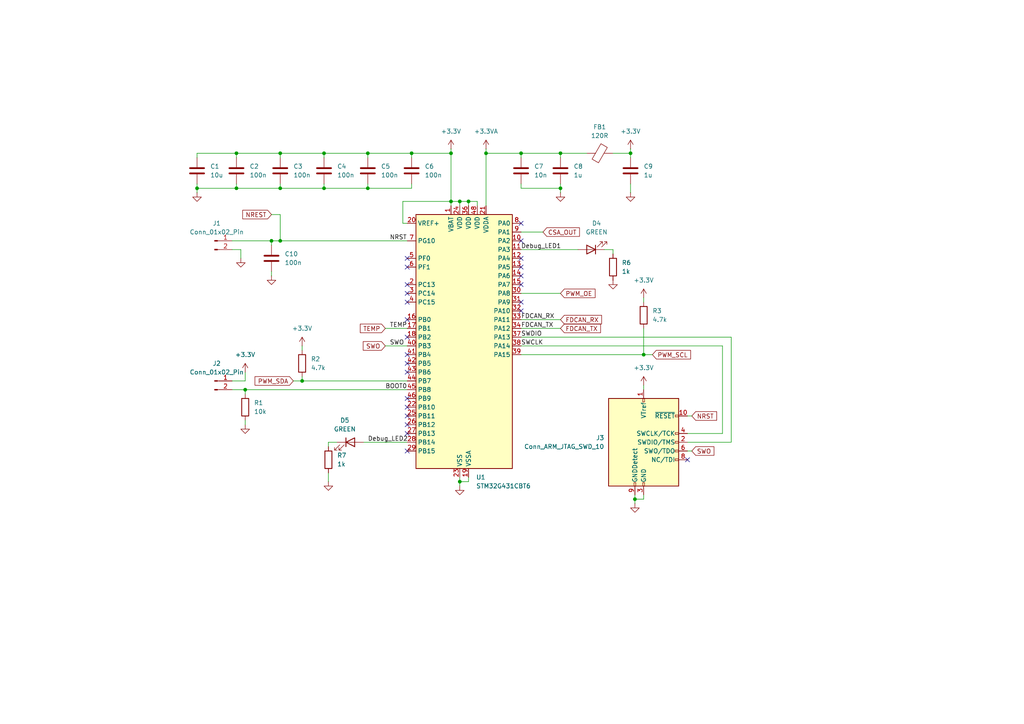
<source format=kicad_sch>
(kicad_sch
	(version 20231120)
	(generator "eeschema")
	(generator_version "8.0")
	(uuid "9e77f864-9eca-4de5-9dbe-a534520e691b")
	(paper "A4")
	(lib_symbols
		(symbol "Connector:Conn_01x02_Pin"
			(pin_names
				(offset 1.016) hide)
			(exclude_from_sim no)
			(in_bom yes)
			(on_board yes)
			(property "Reference" "J"
				(at 0 2.54 0)
				(effects
					(font
						(size 1.27 1.27)
					)
				)
			)
			(property "Value" "Conn_01x02_Pin"
				(at 0 -5.08 0)
				(effects
					(font
						(size 1.27 1.27)
					)
				)
			)
			(property "Footprint" ""
				(at 0 0 0)
				(effects
					(font
						(size 1.27 1.27)
					)
					(hide yes)
				)
			)
			(property "Datasheet" "~"
				(at 0 0 0)
				(effects
					(font
						(size 1.27 1.27)
					)
					(hide yes)
				)
			)
			(property "Description" "Generic connector, single row, 01x02, script generated"
				(at 0 0 0)
				(effects
					(font
						(size 1.27 1.27)
					)
					(hide yes)
				)
			)
			(property "ki_locked" ""
				(at 0 0 0)
				(effects
					(font
						(size 1.27 1.27)
					)
				)
			)
			(property "ki_keywords" "connector"
				(at 0 0 0)
				(effects
					(font
						(size 1.27 1.27)
					)
					(hide yes)
				)
			)
			(property "ki_fp_filters" "Connector*:*_1x??_*"
				(at 0 0 0)
				(effects
					(font
						(size 1.27 1.27)
					)
					(hide yes)
				)
			)
			(symbol "Conn_01x02_Pin_1_1"
				(polyline
					(pts
						(xy 1.27 -2.54) (xy 0.8636 -2.54)
					)
					(stroke
						(width 0.1524)
						(type default)
					)
					(fill
						(type none)
					)
				)
				(polyline
					(pts
						(xy 1.27 0) (xy 0.8636 0)
					)
					(stroke
						(width 0.1524)
						(type default)
					)
					(fill
						(type none)
					)
				)
				(rectangle
					(start 0.8636 -2.413)
					(end 0 -2.667)
					(stroke
						(width 0.1524)
						(type default)
					)
					(fill
						(type outline)
					)
				)
				(rectangle
					(start 0.8636 0.127)
					(end 0 -0.127)
					(stroke
						(width 0.1524)
						(type default)
					)
					(fill
						(type outline)
					)
				)
				(pin passive line
					(at 5.08 0 180)
					(length 3.81)
					(name "Pin_1"
						(effects
							(font
								(size 1.27 1.27)
							)
						)
					)
					(number "1"
						(effects
							(font
								(size 1.27 1.27)
							)
						)
					)
				)
				(pin passive line
					(at 5.08 -2.54 180)
					(length 3.81)
					(name "Pin_2"
						(effects
							(font
								(size 1.27 1.27)
							)
						)
					)
					(number "2"
						(effects
							(font
								(size 1.27 1.27)
							)
						)
					)
				)
			)
		)
		(symbol "Connector:Conn_ARM_JTAG_SWD_10"
			(pin_names
				(offset 1.016)
			)
			(exclude_from_sim no)
			(in_bom yes)
			(on_board yes)
			(property "Reference" "J"
				(at -2.54 16.51 0)
				(effects
					(font
						(size 1.27 1.27)
					)
					(justify right)
				)
			)
			(property "Value" "Conn_ARM_JTAG_SWD_10"
				(at -2.54 13.97 0)
				(effects
					(font
						(size 1.27 1.27)
					)
					(justify right bottom)
				)
			)
			(property "Footprint" ""
				(at 0 0 0)
				(effects
					(font
						(size 1.27 1.27)
					)
					(hide yes)
				)
			)
			(property "Datasheet" "http://infocenter.arm.com/help/topic/com.arm.doc.ddi0314h/DDI0314H_coresight_components_trm.pdf"
				(at -8.89 -31.75 90)
				(effects
					(font
						(size 1.27 1.27)
					)
					(hide yes)
				)
			)
			(property "Description" "Cortex Debug Connector, standard ARM Cortex-M SWD and JTAG interface"
				(at 0 0 0)
				(effects
					(font
						(size 1.27 1.27)
					)
					(hide yes)
				)
			)
			(property "ki_keywords" "Cortex Debug Connector ARM SWD JTAG"
				(at 0 0 0)
				(effects
					(font
						(size 1.27 1.27)
					)
					(hide yes)
				)
			)
			(property "ki_fp_filters" "PinHeader?2x05?P1.27mm*"
				(at 0 0 0)
				(effects
					(font
						(size 1.27 1.27)
					)
					(hide yes)
				)
			)
			(symbol "Conn_ARM_JTAG_SWD_10_0_1"
				(rectangle
					(start -10.16 12.7)
					(end 10.16 -12.7)
					(stroke
						(width 0.254)
						(type default)
					)
					(fill
						(type background)
					)
				)
				(rectangle
					(start -2.794 -12.7)
					(end -2.286 -11.684)
					(stroke
						(width 0)
						(type default)
					)
					(fill
						(type none)
					)
				)
				(rectangle
					(start -0.254 -12.7)
					(end 0.254 -11.684)
					(stroke
						(width 0)
						(type default)
					)
					(fill
						(type none)
					)
				)
				(rectangle
					(start -0.254 12.7)
					(end 0.254 11.684)
					(stroke
						(width 0)
						(type default)
					)
					(fill
						(type none)
					)
				)
				(rectangle
					(start 9.144 2.286)
					(end 10.16 2.794)
					(stroke
						(width 0)
						(type default)
					)
					(fill
						(type none)
					)
				)
				(rectangle
					(start 10.16 -2.794)
					(end 9.144 -2.286)
					(stroke
						(width 0)
						(type default)
					)
					(fill
						(type none)
					)
				)
				(rectangle
					(start 10.16 -0.254)
					(end 9.144 0.254)
					(stroke
						(width 0)
						(type default)
					)
					(fill
						(type none)
					)
				)
				(rectangle
					(start 10.16 7.874)
					(end 9.144 7.366)
					(stroke
						(width 0)
						(type default)
					)
					(fill
						(type none)
					)
				)
			)
			(symbol "Conn_ARM_JTAG_SWD_10_1_1"
				(rectangle
					(start 9.144 -5.334)
					(end 10.16 -4.826)
					(stroke
						(width 0)
						(type default)
					)
					(fill
						(type none)
					)
				)
				(pin power_in line
					(at 0 15.24 270)
					(length 2.54)
					(name "VTref"
						(effects
							(font
								(size 1.27 1.27)
							)
						)
					)
					(number "1"
						(effects
							(font
								(size 1.27 1.27)
							)
						)
					)
				)
				(pin open_collector line
					(at 12.7 7.62 180)
					(length 2.54)
					(name "~{RESET}"
						(effects
							(font
								(size 1.27 1.27)
							)
						)
					)
					(number "10"
						(effects
							(font
								(size 1.27 1.27)
							)
						)
					)
				)
				(pin bidirectional line
					(at 12.7 0 180)
					(length 2.54)
					(name "SWDIO/TMS"
						(effects
							(font
								(size 1.27 1.27)
							)
						)
					)
					(number "2"
						(effects
							(font
								(size 1.27 1.27)
							)
						)
					)
				)
				(pin power_in line
					(at 0 -15.24 90)
					(length 2.54)
					(name "GND"
						(effects
							(font
								(size 1.27 1.27)
							)
						)
					)
					(number "3"
						(effects
							(font
								(size 1.27 1.27)
							)
						)
					)
				)
				(pin output line
					(at 12.7 2.54 180)
					(length 2.54)
					(name "SWCLK/TCK"
						(effects
							(font
								(size 1.27 1.27)
							)
						)
					)
					(number "4"
						(effects
							(font
								(size 1.27 1.27)
							)
						)
					)
				)
				(pin passive line
					(at 0 -15.24 90)
					(length 2.54) hide
					(name "GND"
						(effects
							(font
								(size 1.27 1.27)
							)
						)
					)
					(number "5"
						(effects
							(font
								(size 1.27 1.27)
							)
						)
					)
				)
				(pin input line
					(at 12.7 -2.54 180)
					(length 2.54)
					(name "SWO/TDO"
						(effects
							(font
								(size 1.27 1.27)
							)
						)
					)
					(number "6"
						(effects
							(font
								(size 1.27 1.27)
							)
						)
					)
				)
				(pin no_connect line
					(at -10.16 0 0)
					(length 2.54) hide
					(name "KEY"
						(effects
							(font
								(size 1.27 1.27)
							)
						)
					)
					(number "7"
						(effects
							(font
								(size 1.27 1.27)
							)
						)
					)
				)
				(pin output line
					(at 12.7 -5.08 180)
					(length 2.54)
					(name "NC/TDI"
						(effects
							(font
								(size 1.27 1.27)
							)
						)
					)
					(number "8"
						(effects
							(font
								(size 1.27 1.27)
							)
						)
					)
				)
				(pin passive line
					(at -2.54 -15.24 90)
					(length 2.54)
					(name "GNDDetect"
						(effects
							(font
								(size 1.27 1.27)
							)
						)
					)
					(number "9"
						(effects
							(font
								(size 1.27 1.27)
							)
						)
					)
				)
			)
		)
		(symbol "Device:C"
			(pin_numbers hide)
			(pin_names
				(offset 0.254)
			)
			(exclude_from_sim no)
			(in_bom yes)
			(on_board yes)
			(property "Reference" "C"
				(at 0.635 2.54 0)
				(effects
					(font
						(size 1.27 1.27)
					)
					(justify left)
				)
			)
			(property "Value" "C"
				(at 0.635 -2.54 0)
				(effects
					(font
						(size 1.27 1.27)
					)
					(justify left)
				)
			)
			(property "Footprint" ""
				(at 0.9652 -3.81 0)
				(effects
					(font
						(size 1.27 1.27)
					)
					(hide yes)
				)
			)
			(property "Datasheet" "~"
				(at 0 0 0)
				(effects
					(font
						(size 1.27 1.27)
					)
					(hide yes)
				)
			)
			(property "Description" "Unpolarized capacitor"
				(at 0 0 0)
				(effects
					(font
						(size 1.27 1.27)
					)
					(hide yes)
				)
			)
			(property "ki_keywords" "cap capacitor"
				(at 0 0 0)
				(effects
					(font
						(size 1.27 1.27)
					)
					(hide yes)
				)
			)
			(property "ki_fp_filters" "C_*"
				(at 0 0 0)
				(effects
					(font
						(size 1.27 1.27)
					)
					(hide yes)
				)
			)
			(symbol "C_0_1"
				(polyline
					(pts
						(xy -2.032 -0.762) (xy 2.032 -0.762)
					)
					(stroke
						(width 0.508)
						(type default)
					)
					(fill
						(type none)
					)
				)
				(polyline
					(pts
						(xy -2.032 0.762) (xy 2.032 0.762)
					)
					(stroke
						(width 0.508)
						(type default)
					)
					(fill
						(type none)
					)
				)
			)
			(symbol "C_1_1"
				(pin passive line
					(at 0 3.81 270)
					(length 2.794)
					(name "~"
						(effects
							(font
								(size 1.27 1.27)
							)
						)
					)
					(number "1"
						(effects
							(font
								(size 1.27 1.27)
							)
						)
					)
				)
				(pin passive line
					(at 0 -3.81 90)
					(length 2.794)
					(name "~"
						(effects
							(font
								(size 1.27 1.27)
							)
						)
					)
					(number "2"
						(effects
							(font
								(size 1.27 1.27)
							)
						)
					)
				)
			)
		)
		(symbol "Device:FerriteBead"
			(pin_numbers hide)
			(pin_names
				(offset 0)
			)
			(exclude_from_sim no)
			(in_bom yes)
			(on_board yes)
			(property "Reference" "FB"
				(at -3.81 0.635 90)
				(effects
					(font
						(size 1.27 1.27)
					)
				)
			)
			(property "Value" "FerriteBead"
				(at 3.81 0 90)
				(effects
					(font
						(size 1.27 1.27)
					)
				)
			)
			(property "Footprint" ""
				(at -1.778 0 90)
				(effects
					(font
						(size 1.27 1.27)
					)
					(hide yes)
				)
			)
			(property "Datasheet" "~"
				(at 0 0 0)
				(effects
					(font
						(size 1.27 1.27)
					)
					(hide yes)
				)
			)
			(property "Description" "Ferrite bead"
				(at 0 0 0)
				(effects
					(font
						(size 1.27 1.27)
					)
					(hide yes)
				)
			)
			(property "ki_keywords" "L ferrite bead inductor filter"
				(at 0 0 0)
				(effects
					(font
						(size 1.27 1.27)
					)
					(hide yes)
				)
			)
			(property "ki_fp_filters" "Inductor_* L_* *Ferrite*"
				(at 0 0 0)
				(effects
					(font
						(size 1.27 1.27)
					)
					(hide yes)
				)
			)
			(symbol "FerriteBead_0_1"
				(polyline
					(pts
						(xy 0 -1.27) (xy 0 -1.2192)
					)
					(stroke
						(width 0)
						(type default)
					)
					(fill
						(type none)
					)
				)
				(polyline
					(pts
						(xy 0 1.27) (xy 0 1.2954)
					)
					(stroke
						(width 0)
						(type default)
					)
					(fill
						(type none)
					)
				)
				(polyline
					(pts
						(xy -2.7686 0.4064) (xy -1.7018 2.2606) (xy 2.7686 -0.3048) (xy 1.6764 -2.159) (xy -2.7686 0.4064)
					)
					(stroke
						(width 0)
						(type default)
					)
					(fill
						(type none)
					)
				)
			)
			(symbol "FerriteBead_1_1"
				(pin passive line
					(at 0 3.81 270)
					(length 2.54)
					(name "~"
						(effects
							(font
								(size 1.27 1.27)
							)
						)
					)
					(number "1"
						(effects
							(font
								(size 1.27 1.27)
							)
						)
					)
				)
				(pin passive line
					(at 0 -3.81 90)
					(length 2.54)
					(name "~"
						(effects
							(font
								(size 1.27 1.27)
							)
						)
					)
					(number "2"
						(effects
							(font
								(size 1.27 1.27)
							)
						)
					)
				)
			)
		)
		(symbol "Device:LED"
			(pin_numbers hide)
			(pin_names
				(offset 1.016) hide)
			(exclude_from_sim no)
			(in_bom yes)
			(on_board yes)
			(property "Reference" "D"
				(at 0 2.54 0)
				(effects
					(font
						(size 1.27 1.27)
					)
				)
			)
			(property "Value" "LED"
				(at 0 -2.54 0)
				(effects
					(font
						(size 1.27 1.27)
					)
				)
			)
			(property "Footprint" ""
				(at 0 0 0)
				(effects
					(font
						(size 1.27 1.27)
					)
					(hide yes)
				)
			)
			(property "Datasheet" "~"
				(at 0 0 0)
				(effects
					(font
						(size 1.27 1.27)
					)
					(hide yes)
				)
			)
			(property "Description" "Light emitting diode"
				(at 0 0 0)
				(effects
					(font
						(size 1.27 1.27)
					)
					(hide yes)
				)
			)
			(property "ki_keywords" "LED diode"
				(at 0 0 0)
				(effects
					(font
						(size 1.27 1.27)
					)
					(hide yes)
				)
			)
			(property "ki_fp_filters" "LED* LED_SMD:* LED_THT:*"
				(at 0 0 0)
				(effects
					(font
						(size 1.27 1.27)
					)
					(hide yes)
				)
			)
			(symbol "LED_0_1"
				(polyline
					(pts
						(xy -1.27 -1.27) (xy -1.27 1.27)
					)
					(stroke
						(width 0.254)
						(type default)
					)
					(fill
						(type none)
					)
				)
				(polyline
					(pts
						(xy -1.27 0) (xy 1.27 0)
					)
					(stroke
						(width 0)
						(type default)
					)
					(fill
						(type none)
					)
				)
				(polyline
					(pts
						(xy 1.27 -1.27) (xy 1.27 1.27) (xy -1.27 0) (xy 1.27 -1.27)
					)
					(stroke
						(width 0.254)
						(type default)
					)
					(fill
						(type none)
					)
				)
				(polyline
					(pts
						(xy -3.048 -0.762) (xy -4.572 -2.286) (xy -3.81 -2.286) (xy -4.572 -2.286) (xy -4.572 -1.524)
					)
					(stroke
						(width 0)
						(type default)
					)
					(fill
						(type none)
					)
				)
				(polyline
					(pts
						(xy -1.778 -0.762) (xy -3.302 -2.286) (xy -2.54 -2.286) (xy -3.302 -2.286) (xy -3.302 -1.524)
					)
					(stroke
						(width 0)
						(type default)
					)
					(fill
						(type none)
					)
				)
			)
			(symbol "LED_1_1"
				(pin passive line
					(at -3.81 0 0)
					(length 2.54)
					(name "K"
						(effects
							(font
								(size 1.27 1.27)
							)
						)
					)
					(number "1"
						(effects
							(font
								(size 1.27 1.27)
							)
						)
					)
				)
				(pin passive line
					(at 3.81 0 180)
					(length 2.54)
					(name "A"
						(effects
							(font
								(size 1.27 1.27)
							)
						)
					)
					(number "2"
						(effects
							(font
								(size 1.27 1.27)
							)
						)
					)
				)
			)
		)
		(symbol "Device:R"
			(pin_numbers hide)
			(pin_names
				(offset 0)
			)
			(exclude_from_sim no)
			(in_bom yes)
			(on_board yes)
			(property "Reference" "R"
				(at 2.032 0 90)
				(effects
					(font
						(size 1.27 1.27)
					)
				)
			)
			(property "Value" "R"
				(at 0 0 90)
				(effects
					(font
						(size 1.27 1.27)
					)
				)
			)
			(property "Footprint" ""
				(at -1.778 0 90)
				(effects
					(font
						(size 1.27 1.27)
					)
					(hide yes)
				)
			)
			(property "Datasheet" "~"
				(at 0 0 0)
				(effects
					(font
						(size 1.27 1.27)
					)
					(hide yes)
				)
			)
			(property "Description" "Resistor"
				(at 0 0 0)
				(effects
					(font
						(size 1.27 1.27)
					)
					(hide yes)
				)
			)
			(property "ki_keywords" "R res resistor"
				(at 0 0 0)
				(effects
					(font
						(size 1.27 1.27)
					)
					(hide yes)
				)
			)
			(property "ki_fp_filters" "R_*"
				(at 0 0 0)
				(effects
					(font
						(size 1.27 1.27)
					)
					(hide yes)
				)
			)
			(symbol "R_0_1"
				(rectangle
					(start -1.016 -2.54)
					(end 1.016 2.54)
					(stroke
						(width 0.254)
						(type default)
					)
					(fill
						(type none)
					)
				)
			)
			(symbol "R_1_1"
				(pin passive line
					(at 0 3.81 270)
					(length 1.27)
					(name "~"
						(effects
							(font
								(size 1.27 1.27)
							)
						)
					)
					(number "1"
						(effects
							(font
								(size 1.27 1.27)
							)
						)
					)
				)
				(pin passive line
					(at 0 -3.81 90)
					(length 1.27)
					(name "~"
						(effects
							(font
								(size 1.27 1.27)
							)
						)
					)
					(number "2"
						(effects
							(font
								(size 1.27 1.27)
							)
						)
					)
				)
			)
		)
		(symbol "MCU_ST_STM32G4:STM32G431CBTx"
			(exclude_from_sim no)
			(in_bom yes)
			(on_board yes)
			(property "Reference" "U"
				(at -12.7 39.37 0)
				(effects
					(font
						(size 1.27 1.27)
					)
					(justify left)
				)
			)
			(property "Value" "STM32G431CBTx"
				(at 10.16 39.37 0)
				(effects
					(font
						(size 1.27 1.27)
					)
					(justify left)
				)
			)
			(property "Footprint" "Package_QFP:LQFP-48_7x7mm_P0.5mm"
				(at -12.7 -35.56 0)
				(effects
					(font
						(size 1.27 1.27)
					)
					(justify right)
					(hide yes)
				)
			)
			(property "Datasheet" "https://www.st.com/resource/en/datasheet/stm32g431cb.pdf"
				(at 0 0 0)
				(effects
					(font
						(size 1.27 1.27)
					)
					(hide yes)
				)
			)
			(property "Description" "STMicroelectronics Arm Cortex-M4 MCU, 128KB flash, 32KB RAM, 170 MHz, 1.71-3.6V, 38 GPIO, LQFP48"
				(at 0 0 0)
				(effects
					(font
						(size 1.27 1.27)
					)
					(hide yes)
				)
			)
			(property "ki_locked" ""
				(at 0 0 0)
				(effects
					(font
						(size 1.27 1.27)
					)
				)
			)
			(property "ki_keywords" "Arm Cortex-M4 STM32G4 STM32G4x1"
				(at 0 0 0)
				(effects
					(font
						(size 1.27 1.27)
					)
					(hide yes)
				)
			)
			(property "ki_fp_filters" "LQFP*7x7mm*P0.5mm*"
				(at 0 0 0)
				(effects
					(font
						(size 1.27 1.27)
					)
					(hide yes)
				)
			)
			(symbol "STM32G431CBTx_0_1"
				(rectangle
					(start -12.7 -35.56)
					(end 15.24 38.1)
					(stroke
						(width 0.254)
						(type default)
					)
					(fill
						(type background)
					)
				)
			)
			(symbol "STM32G431CBTx_1_1"
				(pin power_in line
					(at -2.54 40.64 270)
					(length 2.54)
					(name "VBAT"
						(effects
							(font
								(size 1.27 1.27)
							)
						)
					)
					(number "1"
						(effects
							(font
								(size 1.27 1.27)
							)
						)
					)
				)
				(pin bidirectional line
					(at 17.78 30.48 180)
					(length 2.54)
					(name "PA2"
						(effects
							(font
								(size 1.27 1.27)
							)
						)
					)
					(number "10"
						(effects
							(font
								(size 1.27 1.27)
							)
						)
					)
					(alternate "ADC1_IN3" bidirectional line)
					(alternate "COMP2_INM" bidirectional line)
					(alternate "COMP2_OUT" bidirectional line)
					(alternate "LPUART1_TX" bidirectional line)
					(alternate "OPAMP1_VOUT" bidirectional line)
					(alternate "RCC_LSCO" bidirectional line)
					(alternate "SYS_WKUP4" bidirectional line)
					(alternate "TIM15_CH1" bidirectional line)
					(alternate "TIM2_CH3" bidirectional line)
					(alternate "UCPD1_FRSTX1" bidirectional line)
					(alternate "UCPD1_FRSTX2" bidirectional line)
					(alternate "USART2_TX" bidirectional line)
				)
				(pin bidirectional line
					(at 17.78 27.94 180)
					(length 2.54)
					(name "PA3"
						(effects
							(font
								(size 1.27 1.27)
							)
						)
					)
					(number "11"
						(effects
							(font
								(size 1.27 1.27)
							)
						)
					)
					(alternate "ADC1_IN4" bidirectional line)
					(alternate "COMP2_INP" bidirectional line)
					(alternate "LPUART1_RX" bidirectional line)
					(alternate "OPAMP1_VINM" bidirectional line)
					(alternate "OPAMP1_VINM0" bidirectional line)
					(alternate "OPAMP1_VINM_SEC" bidirectional line)
					(alternate "OPAMP1_VINP" bidirectional line)
					(alternate "OPAMP1_VINP_SEC" bidirectional line)
					(alternate "SAI1_CK1" bidirectional line)
					(alternate "SAI1_MCLK_A" bidirectional line)
					(alternate "TIM15_CH2" bidirectional line)
					(alternate "TIM2_CH4" bidirectional line)
					(alternate "USART2_RX" bidirectional line)
				)
				(pin bidirectional line
					(at 17.78 25.4 180)
					(length 2.54)
					(name "PA4"
						(effects
							(font
								(size 1.27 1.27)
							)
						)
					)
					(number "12"
						(effects
							(font
								(size 1.27 1.27)
							)
						)
					)
					(alternate "ADC2_IN17" bidirectional line)
					(alternate "COMP1_INM" bidirectional line)
					(alternate "DAC1_OUT1" bidirectional line)
					(alternate "I2S3_WS" bidirectional line)
					(alternate "SAI1_FS_B" bidirectional line)
					(alternate "SPI1_NSS" bidirectional line)
					(alternate "SPI3_NSS" bidirectional line)
					(alternate "TIM3_CH2" bidirectional line)
					(alternate "USART2_CK" bidirectional line)
				)
				(pin bidirectional line
					(at 17.78 22.86 180)
					(length 2.54)
					(name "PA5"
						(effects
							(font
								(size 1.27 1.27)
							)
						)
					)
					(number "13"
						(effects
							(font
								(size 1.27 1.27)
							)
						)
					)
					(alternate "ADC2_IN13" bidirectional line)
					(alternate "COMP2_INM" bidirectional line)
					(alternate "DAC1_OUT2" bidirectional line)
					(alternate "OPAMP2_VINM" bidirectional line)
					(alternate "OPAMP2_VINM0" bidirectional line)
					(alternate "OPAMP2_VINM_SEC" bidirectional line)
					(alternate "SPI1_SCK" bidirectional line)
					(alternate "TIM2_CH1" bidirectional line)
					(alternate "TIM2_ETR" bidirectional line)
					(alternate "UCPD1_FRSTX1" bidirectional line)
					(alternate "UCPD1_FRSTX2" bidirectional line)
				)
				(pin bidirectional line
					(at 17.78 20.32 180)
					(length 2.54)
					(name "PA6"
						(effects
							(font
								(size 1.27 1.27)
							)
						)
					)
					(number "14"
						(effects
							(font
								(size 1.27 1.27)
							)
						)
					)
					(alternate "ADC2_IN3" bidirectional line)
					(alternate "COMP1_OUT" bidirectional line)
					(alternate "LPUART1_CTS" bidirectional line)
					(alternate "OPAMP2_VOUT" bidirectional line)
					(alternate "SPI1_MISO" bidirectional line)
					(alternate "TIM16_CH1" bidirectional line)
					(alternate "TIM1_BKIN" bidirectional line)
					(alternate "TIM3_CH1" bidirectional line)
					(alternate "TIM8_BKIN" bidirectional line)
				)
				(pin bidirectional line
					(at 17.78 17.78 180)
					(length 2.54)
					(name "PA7"
						(effects
							(font
								(size 1.27 1.27)
							)
						)
					)
					(number "15"
						(effects
							(font
								(size 1.27 1.27)
							)
						)
					)
					(alternate "ADC2_IN4" bidirectional line)
					(alternate "COMP2_INP" bidirectional line)
					(alternate "COMP2_OUT" bidirectional line)
					(alternate "OPAMP1_VINP" bidirectional line)
					(alternate "OPAMP1_VINP_SEC" bidirectional line)
					(alternate "OPAMP2_VINP" bidirectional line)
					(alternate "OPAMP2_VINP_SEC" bidirectional line)
					(alternate "SPI1_MOSI" bidirectional line)
					(alternate "TIM17_CH1" bidirectional line)
					(alternate "TIM1_CH1N" bidirectional line)
					(alternate "TIM3_CH2" bidirectional line)
					(alternate "TIM8_CH1N" bidirectional line)
					(alternate "UCPD1_FRSTX1" bidirectional line)
					(alternate "UCPD1_FRSTX2" bidirectional line)
				)
				(pin bidirectional line
					(at -15.24 7.62 0)
					(length 2.54)
					(name "PB0"
						(effects
							(font
								(size 1.27 1.27)
							)
						)
					)
					(number "16"
						(effects
							(font
								(size 1.27 1.27)
							)
						)
					)
					(alternate "ADC1_IN15" bidirectional line)
					(alternate "COMP4_INP" bidirectional line)
					(alternate "OPAMP2_VINP" bidirectional line)
					(alternate "OPAMP2_VINP_SEC" bidirectional line)
					(alternate "OPAMP3_VINP" bidirectional line)
					(alternate "OPAMP3_VINP_SEC" bidirectional line)
					(alternate "TIM1_CH2N" bidirectional line)
					(alternate "TIM3_CH3" bidirectional line)
					(alternate "TIM8_CH2N" bidirectional line)
					(alternate "UCPD1_FRSTX1" bidirectional line)
					(alternate "UCPD1_FRSTX2" bidirectional line)
				)
				(pin bidirectional line
					(at -15.24 5.08 0)
					(length 2.54)
					(name "PB1"
						(effects
							(font
								(size 1.27 1.27)
							)
						)
					)
					(number "17"
						(effects
							(font
								(size 1.27 1.27)
							)
						)
					)
					(alternate "ADC1_IN12" bidirectional line)
					(alternate "COMP1_INP" bidirectional line)
					(alternate "COMP4_OUT" bidirectional line)
					(alternate "LPUART1_DE" bidirectional line)
					(alternate "LPUART1_RTS" bidirectional line)
					(alternate "OPAMP3_VOUT" bidirectional line)
					(alternate "TIM1_CH3N" bidirectional line)
					(alternate "TIM3_CH4" bidirectional line)
					(alternate "TIM8_CH3N" bidirectional line)
				)
				(pin bidirectional line
					(at -15.24 2.54 0)
					(length 2.54)
					(name "PB2"
						(effects
							(font
								(size 1.27 1.27)
							)
						)
					)
					(number "18"
						(effects
							(font
								(size 1.27 1.27)
							)
						)
					)
					(alternate "ADC2_IN12" bidirectional line)
					(alternate "COMP4_INM" bidirectional line)
					(alternate "I2C3_SMBA" bidirectional line)
					(alternate "LPTIM1_OUT" bidirectional line)
					(alternate "OPAMP3_VINM" bidirectional line)
					(alternate "OPAMP3_VINM0" bidirectional line)
					(alternate "OPAMP3_VINM_SEC" bidirectional line)
					(alternate "RTC_OUT2" bidirectional line)
				)
				(pin power_in line
					(at 2.54 -38.1 90)
					(length 2.54)
					(name "VSSA"
						(effects
							(font
								(size 1.27 1.27)
							)
						)
					)
					(number "19"
						(effects
							(font
								(size 1.27 1.27)
							)
						)
					)
				)
				(pin bidirectional line
					(at -15.24 17.78 0)
					(length 2.54)
					(name "PC13"
						(effects
							(font
								(size 1.27 1.27)
							)
						)
					)
					(number "2"
						(effects
							(font
								(size 1.27 1.27)
							)
						)
					)
					(alternate "RTC_OUT1" bidirectional line)
					(alternate "RTC_TAMP1" bidirectional line)
					(alternate "RTC_TS" bidirectional line)
					(alternate "SYS_WKUP2" bidirectional line)
					(alternate "TIM1_BKIN" bidirectional line)
					(alternate "TIM1_CH1N" bidirectional line)
					(alternate "TIM8_CH4N" bidirectional line)
				)
				(pin input line
					(at -15.24 35.56 0)
					(length 2.54)
					(name "VREF+"
						(effects
							(font
								(size 1.27 1.27)
							)
						)
					)
					(number "20"
						(effects
							(font
								(size 1.27 1.27)
							)
						)
					)
					(alternate "VREFBUF_OUT" bidirectional line)
				)
				(pin power_in line
					(at 7.62 40.64 270)
					(length 2.54)
					(name "VDDA"
						(effects
							(font
								(size 1.27 1.27)
							)
						)
					)
					(number "21"
						(effects
							(font
								(size 1.27 1.27)
							)
						)
					)
				)
				(pin bidirectional line
					(at -15.24 -17.78 0)
					(length 2.54)
					(name "PB10"
						(effects
							(font
								(size 1.27 1.27)
							)
						)
					)
					(number "22"
						(effects
							(font
								(size 1.27 1.27)
							)
						)
					)
					(alternate "DAC1_EXTI10" bidirectional line)
					(alternate "DAC3_EXTI10" bidirectional line)
					(alternate "LPUART1_RX" bidirectional line)
					(alternate "OPAMP3_VINM" bidirectional line)
					(alternate "OPAMP3_VINM1" bidirectional line)
					(alternate "OPAMP3_VINM_SEC" bidirectional line)
					(alternate "SAI1_SCK_A" bidirectional line)
					(alternate "TIM1_BKIN" bidirectional line)
					(alternate "TIM2_CH3" bidirectional line)
					(alternate "USART3_TX" bidirectional line)
				)
				(pin power_in line
					(at 0 -38.1 90)
					(length 2.54)
					(name "VSS"
						(effects
							(font
								(size 1.27 1.27)
							)
						)
					)
					(number "23"
						(effects
							(font
								(size 1.27 1.27)
							)
						)
					)
				)
				(pin power_in line
					(at 0 40.64 270)
					(length 2.54)
					(name "VDD"
						(effects
							(font
								(size 1.27 1.27)
							)
						)
					)
					(number "24"
						(effects
							(font
								(size 1.27 1.27)
							)
						)
					)
				)
				(pin bidirectional line
					(at -15.24 -20.32 0)
					(length 2.54)
					(name "PB11"
						(effects
							(font
								(size 1.27 1.27)
							)
						)
					)
					(number "25"
						(effects
							(font
								(size 1.27 1.27)
							)
						)
					)
					(alternate "ADC1_EXTI11" bidirectional line)
					(alternate "ADC1_IN14" bidirectional line)
					(alternate "ADC2_EXTI11" bidirectional line)
					(alternate "ADC2_IN14" bidirectional line)
					(alternate "LPUART1_TX" bidirectional line)
					(alternate "TIM2_CH4" bidirectional line)
					(alternate "USART3_RX" bidirectional line)
				)
				(pin bidirectional line
					(at -15.24 -22.86 0)
					(length 2.54)
					(name "PB12"
						(effects
							(font
								(size 1.27 1.27)
							)
						)
					)
					(number "26"
						(effects
							(font
								(size 1.27 1.27)
							)
						)
					)
					(alternate "ADC1_IN11" bidirectional line)
					(alternate "I2C2_SMBA" bidirectional line)
					(alternate "I2S2_WS" bidirectional line)
					(alternate "LPUART1_DE" bidirectional line)
					(alternate "LPUART1_RTS" bidirectional line)
					(alternate "SPI2_NSS" bidirectional line)
					(alternate "TIM1_BKIN" bidirectional line)
					(alternate "USART3_CK" bidirectional line)
				)
				(pin bidirectional line
					(at -15.24 -25.4 0)
					(length 2.54)
					(name "PB13"
						(effects
							(font
								(size 1.27 1.27)
							)
						)
					)
					(number "27"
						(effects
							(font
								(size 1.27 1.27)
							)
						)
					)
					(alternate "I2S2_CK" bidirectional line)
					(alternate "LPUART1_CTS" bidirectional line)
					(alternate "OPAMP3_VINP" bidirectional line)
					(alternate "OPAMP3_VINP_SEC" bidirectional line)
					(alternate "SPI2_SCK" bidirectional line)
					(alternate "TIM1_CH1N" bidirectional line)
					(alternate "USART3_CTS" bidirectional line)
					(alternate "USART3_NSS" bidirectional line)
				)
				(pin bidirectional line
					(at -15.24 -27.94 0)
					(length 2.54)
					(name "PB14"
						(effects
							(font
								(size 1.27 1.27)
							)
						)
					)
					(number "28"
						(effects
							(font
								(size 1.27 1.27)
							)
						)
					)
					(alternate "ADC1_IN5" bidirectional line)
					(alternate "COMP4_OUT" bidirectional line)
					(alternate "OPAMP2_VINP" bidirectional line)
					(alternate "OPAMP2_VINP_SEC" bidirectional line)
					(alternate "SPI2_MISO" bidirectional line)
					(alternate "TIM15_CH1" bidirectional line)
					(alternate "TIM1_CH2N" bidirectional line)
					(alternate "USART3_DE" bidirectional line)
					(alternate "USART3_RTS" bidirectional line)
				)
				(pin bidirectional line
					(at -15.24 -30.48 0)
					(length 2.54)
					(name "PB15"
						(effects
							(font
								(size 1.27 1.27)
							)
						)
					)
					(number "29"
						(effects
							(font
								(size 1.27 1.27)
							)
						)
					)
					(alternate "ADC1_EXTI15" bidirectional line)
					(alternate "ADC2_EXTI15" bidirectional line)
					(alternate "ADC2_IN15" bidirectional line)
					(alternate "COMP3_OUT" bidirectional line)
					(alternate "I2S2_SD" bidirectional line)
					(alternate "RTC_REFIN" bidirectional line)
					(alternate "SPI2_MOSI" bidirectional line)
					(alternate "TIM15_CH1N" bidirectional line)
					(alternate "TIM15_CH2" bidirectional line)
					(alternate "TIM1_CH3N" bidirectional line)
				)
				(pin bidirectional line
					(at -15.24 15.24 0)
					(length 2.54)
					(name "PC14"
						(effects
							(font
								(size 1.27 1.27)
							)
						)
					)
					(number "3"
						(effects
							(font
								(size 1.27 1.27)
							)
						)
					)
					(alternate "RCC_OSC32_IN" bidirectional line)
				)
				(pin bidirectional line
					(at 17.78 15.24 180)
					(length 2.54)
					(name "PA8"
						(effects
							(font
								(size 1.27 1.27)
							)
						)
					)
					(number "30"
						(effects
							(font
								(size 1.27 1.27)
							)
						)
					)
					(alternate "I2C2_SDA" bidirectional line)
					(alternate "I2C3_SCL" bidirectional line)
					(alternate "I2S2_MCK" bidirectional line)
					(alternate "RCC_MCO" bidirectional line)
					(alternate "SAI1_CK2" bidirectional line)
					(alternate "SAI1_SCK_A" bidirectional line)
					(alternate "TIM1_CH1" bidirectional line)
					(alternate "TIM4_ETR" bidirectional line)
					(alternate "USART1_CK" bidirectional line)
				)
				(pin bidirectional line
					(at 17.78 12.7 180)
					(length 2.54)
					(name "PA9"
						(effects
							(font
								(size 1.27 1.27)
							)
						)
					)
					(number "31"
						(effects
							(font
								(size 1.27 1.27)
							)
						)
					)
					(alternate "DAC1_EXTI9" bidirectional line)
					(alternate "DAC3_EXTI9" bidirectional line)
					(alternate "I2C2_SCL" bidirectional line)
					(alternate "I2C3_SMBA" bidirectional line)
					(alternate "I2S3_MCK" bidirectional line)
					(alternate "SAI1_FS_A" bidirectional line)
					(alternate "TIM15_BKIN" bidirectional line)
					(alternate "TIM1_CH2" bidirectional line)
					(alternate "TIM2_CH3" bidirectional line)
					(alternate "UCPD1_DBCC1" bidirectional line)
					(alternate "USART1_TX" bidirectional line)
				)
				(pin bidirectional line
					(at 17.78 10.16 180)
					(length 2.54)
					(name "PA10"
						(effects
							(font
								(size 1.27 1.27)
							)
						)
					)
					(number "32"
						(effects
							(font
								(size 1.27 1.27)
							)
						)
					)
					(alternate "CRS_SYNC" bidirectional line)
					(alternate "DAC1_EXTI10" bidirectional line)
					(alternate "DAC3_EXTI10" bidirectional line)
					(alternate "I2C2_SMBA" bidirectional line)
					(alternate "SAI1_D1" bidirectional line)
					(alternate "SAI1_SD_A" bidirectional line)
					(alternate "SPI2_MISO" bidirectional line)
					(alternate "TIM17_BKIN" bidirectional line)
					(alternate "TIM1_CH3" bidirectional line)
					(alternate "TIM2_CH4" bidirectional line)
					(alternate "TIM8_BKIN" bidirectional line)
					(alternate "UCPD1_DBCC2" bidirectional line)
					(alternate "USART1_RX" bidirectional line)
				)
				(pin bidirectional line
					(at 17.78 7.62 180)
					(length 2.54)
					(name "PA11"
						(effects
							(font
								(size 1.27 1.27)
							)
						)
					)
					(number "33"
						(effects
							(font
								(size 1.27 1.27)
							)
						)
					)
					(alternate "ADC1_EXTI11" bidirectional line)
					(alternate "ADC2_EXTI11" bidirectional line)
					(alternate "COMP1_OUT" bidirectional line)
					(alternate "FDCAN1_RX" bidirectional line)
					(alternate "I2S2_SD" bidirectional line)
					(alternate "SPI2_MOSI" bidirectional line)
					(alternate "TIM1_BKIN2" bidirectional line)
					(alternate "TIM1_CH1N" bidirectional line)
					(alternate "TIM1_CH4" bidirectional line)
					(alternate "TIM4_CH1" bidirectional line)
					(alternate "USART1_CTS" bidirectional line)
					(alternate "USART1_NSS" bidirectional line)
					(alternate "USB_DM" bidirectional line)
				)
				(pin bidirectional line
					(at 17.78 5.08 180)
					(length 2.54)
					(name "PA12"
						(effects
							(font
								(size 1.27 1.27)
							)
						)
					)
					(number "34"
						(effects
							(font
								(size 1.27 1.27)
							)
						)
					)
					(alternate "COMP2_OUT" bidirectional line)
					(alternate "FDCAN1_TX" bidirectional line)
					(alternate "I2S_CKIN" bidirectional line)
					(alternate "TIM16_CH1" bidirectional line)
					(alternate "TIM1_CH2N" bidirectional line)
					(alternate "TIM1_ETR" bidirectional line)
					(alternate "TIM4_CH2" bidirectional line)
					(alternate "USART1_DE" bidirectional line)
					(alternate "USART1_RTS" bidirectional line)
					(alternate "USB_DP" bidirectional line)
				)
				(pin passive line
					(at 0 -38.1 90)
					(length 2.54) hide
					(name "VSS"
						(effects
							(font
								(size 1.27 1.27)
							)
						)
					)
					(number "35"
						(effects
							(font
								(size 1.27 1.27)
							)
						)
					)
				)
				(pin power_in line
					(at 2.54 40.64 270)
					(length 2.54)
					(name "VDD"
						(effects
							(font
								(size 1.27 1.27)
							)
						)
					)
					(number "36"
						(effects
							(font
								(size 1.27 1.27)
							)
						)
					)
				)
				(pin bidirectional line
					(at 17.78 2.54 180)
					(length 2.54)
					(name "PA13"
						(effects
							(font
								(size 1.27 1.27)
							)
						)
					)
					(number "37"
						(effects
							(font
								(size 1.27 1.27)
							)
						)
					)
					(alternate "I2C1_SCL" bidirectional line)
					(alternate "IR_OUT" bidirectional line)
					(alternate "SAI1_SD_B" bidirectional line)
					(alternate "SYS_JTMS-SWDIO" bidirectional line)
					(alternate "TIM16_CH1N" bidirectional line)
					(alternate "TIM4_CH3" bidirectional line)
					(alternate "USART3_CTS" bidirectional line)
					(alternate "USART3_NSS" bidirectional line)
				)
				(pin bidirectional line
					(at 17.78 0 180)
					(length 2.54)
					(name "PA14"
						(effects
							(font
								(size 1.27 1.27)
							)
						)
					)
					(number "38"
						(effects
							(font
								(size 1.27 1.27)
							)
						)
					)
					(alternate "I2C1_SDA" bidirectional line)
					(alternate "LPTIM1_OUT" bidirectional line)
					(alternate "SAI1_FS_B" bidirectional line)
					(alternate "SYS_JTCK-SWCLK" bidirectional line)
					(alternate "TIM1_BKIN" bidirectional line)
					(alternate "TIM8_CH2" bidirectional line)
					(alternate "USART2_TX" bidirectional line)
				)
				(pin bidirectional line
					(at 17.78 -2.54 180)
					(length 2.54)
					(name "PA15"
						(effects
							(font
								(size 1.27 1.27)
							)
						)
					)
					(number "39"
						(effects
							(font
								(size 1.27 1.27)
							)
						)
					)
					(alternate "ADC1_EXTI15" bidirectional line)
					(alternate "ADC2_EXTI15" bidirectional line)
					(alternate "I2C1_SCL" bidirectional line)
					(alternate "I2S3_WS" bidirectional line)
					(alternate "SPI1_NSS" bidirectional line)
					(alternate "SPI3_NSS" bidirectional line)
					(alternate "SYS_JTDI" bidirectional line)
					(alternate "TIM1_BKIN" bidirectional line)
					(alternate "TIM2_CH1" bidirectional line)
					(alternate "TIM2_ETR" bidirectional line)
					(alternate "TIM8_CH1" bidirectional line)
					(alternate "USART2_RX" bidirectional line)
				)
				(pin bidirectional line
					(at -15.24 12.7 0)
					(length 2.54)
					(name "PC15"
						(effects
							(font
								(size 1.27 1.27)
							)
						)
					)
					(number "4"
						(effects
							(font
								(size 1.27 1.27)
							)
						)
					)
					(alternate "ADC1_EXTI15" bidirectional line)
					(alternate "ADC2_EXTI15" bidirectional line)
					(alternate "RCC_OSC32_OUT" bidirectional line)
				)
				(pin bidirectional line
					(at -15.24 0 0)
					(length 2.54)
					(name "PB3"
						(effects
							(font
								(size 1.27 1.27)
							)
						)
					)
					(number "40"
						(effects
							(font
								(size 1.27 1.27)
							)
						)
					)
					(alternate "CRS_SYNC" bidirectional line)
					(alternate "I2S3_CK" bidirectional line)
					(alternate "SAI1_SCK_B" bidirectional line)
					(alternate "SPI1_SCK" bidirectional line)
					(alternate "SPI3_SCK" bidirectional line)
					(alternate "SYS_JTDO-SWO" bidirectional line)
					(alternate "TIM2_CH2" bidirectional line)
					(alternate "TIM3_ETR" bidirectional line)
					(alternate "TIM4_ETR" bidirectional line)
					(alternate "TIM8_CH1N" bidirectional line)
					(alternate "USART2_TX" bidirectional line)
				)
				(pin bidirectional line
					(at -15.24 -2.54 0)
					(length 2.54)
					(name "PB4"
						(effects
							(font
								(size 1.27 1.27)
							)
						)
					)
					(number "41"
						(effects
							(font
								(size 1.27 1.27)
							)
						)
					)
					(alternate "SAI1_MCLK_B" bidirectional line)
					(alternate "SPI1_MISO" bidirectional line)
					(alternate "SPI3_MISO" bidirectional line)
					(alternate "SYS_JTRST" bidirectional line)
					(alternate "TIM16_CH1" bidirectional line)
					(alternate "TIM17_BKIN" bidirectional line)
					(alternate "TIM3_CH1" bidirectional line)
					(alternate "TIM8_CH2N" bidirectional line)
					(alternate "UCPD1_CC2" bidirectional line)
					(alternate "USART2_RX" bidirectional line)
				)
				(pin bidirectional line
					(at -15.24 -5.08 0)
					(length 2.54)
					(name "PB5"
						(effects
							(font
								(size 1.27 1.27)
							)
						)
					)
					(number "42"
						(effects
							(font
								(size 1.27 1.27)
							)
						)
					)
					(alternate "I2C1_SMBA" bidirectional line)
					(alternate "I2C3_SDA" bidirectional line)
					(alternate "I2S3_SD" bidirectional line)
					(alternate "LPTIM1_IN1" bidirectional line)
					(alternate "SAI1_SD_B" bidirectional line)
					(alternate "SPI1_MOSI" bidirectional line)
					(alternate "SPI3_MOSI" bidirectional line)
					(alternate "TIM16_BKIN" bidirectional line)
					(alternate "TIM17_CH1" bidirectional line)
					(alternate "TIM3_CH2" bidirectional line)
					(alternate "TIM8_CH3N" bidirectional line)
					(alternate "USART2_CK" bidirectional line)
				)
				(pin bidirectional line
					(at -15.24 -7.62 0)
					(length 2.54)
					(name "PB6"
						(effects
							(font
								(size 1.27 1.27)
							)
						)
					)
					(number "43"
						(effects
							(font
								(size 1.27 1.27)
							)
						)
					)
					(alternate "COMP4_OUT" bidirectional line)
					(alternate "LPTIM1_ETR" bidirectional line)
					(alternate "SAI1_FS_B" bidirectional line)
					(alternate "TIM16_CH1N" bidirectional line)
					(alternate "TIM4_CH1" bidirectional line)
					(alternate "TIM8_BKIN2" bidirectional line)
					(alternate "TIM8_CH1" bidirectional line)
					(alternate "TIM8_ETR" bidirectional line)
					(alternate "UCPD1_CC1" bidirectional line)
					(alternate "USART1_TX" bidirectional line)
				)
				(pin bidirectional line
					(at -15.24 -10.16 0)
					(length 2.54)
					(name "PB7"
						(effects
							(font
								(size 1.27 1.27)
							)
						)
					)
					(number "44"
						(effects
							(font
								(size 1.27 1.27)
							)
						)
					)
					(alternate "COMP3_OUT" bidirectional line)
					(alternate "I2C1_SDA" bidirectional line)
					(alternate "LPTIM1_IN2" bidirectional line)
					(alternate "SYS_PVD_IN" bidirectional line)
					(alternate "TIM17_CH1N" bidirectional line)
					(alternate "TIM3_CH4" bidirectional line)
					(alternate "TIM4_CH2" bidirectional line)
					(alternate "TIM8_BKIN" bidirectional line)
					(alternate "USART1_RX" bidirectional line)
				)
				(pin bidirectional line
					(at -15.24 -12.7 0)
					(length 2.54)
					(name "PB8"
						(effects
							(font
								(size 1.27 1.27)
							)
						)
					)
					(number "45"
						(effects
							(font
								(size 1.27 1.27)
							)
						)
					)
					(alternate "COMP1_OUT" bidirectional line)
					(alternate "FDCAN1_RX" bidirectional line)
					(alternate "I2C1_SCL" bidirectional line)
					(alternate "SAI1_CK1" bidirectional line)
					(alternate "SAI1_MCLK_A" bidirectional line)
					(alternate "TIM16_CH1" bidirectional line)
					(alternate "TIM1_BKIN" bidirectional line)
					(alternate "TIM4_CH3" bidirectional line)
					(alternate "TIM8_CH2" bidirectional line)
					(alternate "USART3_RX" bidirectional line)
				)
				(pin bidirectional line
					(at -15.24 -15.24 0)
					(length 2.54)
					(name "PB9"
						(effects
							(font
								(size 1.27 1.27)
							)
						)
					)
					(number "46"
						(effects
							(font
								(size 1.27 1.27)
							)
						)
					)
					(alternate "COMP2_OUT" bidirectional line)
					(alternate "DAC1_EXTI9" bidirectional line)
					(alternate "DAC3_EXTI9" bidirectional line)
					(alternate "FDCAN1_TX" bidirectional line)
					(alternate "I2C1_SDA" bidirectional line)
					(alternate "IR_OUT" bidirectional line)
					(alternate "SAI1_D2" bidirectional line)
					(alternate "SAI1_FS_A" bidirectional line)
					(alternate "TIM17_CH1" bidirectional line)
					(alternate "TIM1_CH3N" bidirectional line)
					(alternate "TIM4_CH4" bidirectional line)
					(alternate "TIM8_CH3" bidirectional line)
					(alternate "USART3_TX" bidirectional line)
				)
				(pin passive line
					(at 0 -38.1 90)
					(length 2.54) hide
					(name "VSS"
						(effects
							(font
								(size 1.27 1.27)
							)
						)
					)
					(number "47"
						(effects
							(font
								(size 1.27 1.27)
							)
						)
					)
				)
				(pin power_in line
					(at 5.08 40.64 270)
					(length 2.54)
					(name "VDD"
						(effects
							(font
								(size 1.27 1.27)
							)
						)
					)
					(number "48"
						(effects
							(font
								(size 1.27 1.27)
							)
						)
					)
				)
				(pin bidirectional line
					(at -15.24 25.4 0)
					(length 2.54)
					(name "PF0"
						(effects
							(font
								(size 1.27 1.27)
							)
						)
					)
					(number "5"
						(effects
							(font
								(size 1.27 1.27)
							)
						)
					)
					(alternate "ADC1_IN10" bidirectional line)
					(alternate "I2C2_SDA" bidirectional line)
					(alternate "I2S2_WS" bidirectional line)
					(alternate "RCC_OSC_IN" bidirectional line)
					(alternate "SPI2_NSS" bidirectional line)
					(alternate "TIM1_CH3N" bidirectional line)
				)
				(pin bidirectional line
					(at -15.24 22.86 0)
					(length 2.54)
					(name "PF1"
						(effects
							(font
								(size 1.27 1.27)
							)
						)
					)
					(number "6"
						(effects
							(font
								(size 1.27 1.27)
							)
						)
					)
					(alternate "ADC2_IN10" bidirectional line)
					(alternate "COMP3_INM" bidirectional line)
					(alternate "I2S2_CK" bidirectional line)
					(alternate "RCC_OSC_OUT" bidirectional line)
					(alternate "SPI2_SCK" bidirectional line)
				)
				(pin bidirectional line
					(at -15.24 30.48 0)
					(length 2.54)
					(name "PG10"
						(effects
							(font
								(size 1.27 1.27)
							)
						)
					)
					(number "7"
						(effects
							(font
								(size 1.27 1.27)
							)
						)
					)
					(alternate "DAC1_EXTI10" bidirectional line)
					(alternate "DAC3_EXTI10" bidirectional line)
					(alternate "RCC_MCO" bidirectional line)
				)
				(pin bidirectional line
					(at 17.78 35.56 180)
					(length 2.54)
					(name "PA0"
						(effects
							(font
								(size 1.27 1.27)
							)
						)
					)
					(number "8"
						(effects
							(font
								(size 1.27 1.27)
							)
						)
					)
					(alternate "ADC1_IN1" bidirectional line)
					(alternate "ADC2_IN1" bidirectional line)
					(alternate "COMP1_INM" bidirectional line)
					(alternate "COMP1_OUT" bidirectional line)
					(alternate "COMP3_INP" bidirectional line)
					(alternate "RTC_TAMP2" bidirectional line)
					(alternate "SYS_WKUP1" bidirectional line)
					(alternate "TIM2_CH1" bidirectional line)
					(alternate "TIM2_ETR" bidirectional line)
					(alternate "TIM8_BKIN" bidirectional line)
					(alternate "TIM8_ETR" bidirectional line)
					(alternate "USART2_CTS" bidirectional line)
					(alternate "USART2_NSS" bidirectional line)
				)
				(pin bidirectional line
					(at 17.78 33.02 180)
					(length 2.54)
					(name "PA1"
						(effects
							(font
								(size 1.27 1.27)
							)
						)
					)
					(number "9"
						(effects
							(font
								(size 1.27 1.27)
							)
						)
					)
					(alternate "ADC1_IN2" bidirectional line)
					(alternate "ADC2_IN2" bidirectional line)
					(alternate "COMP1_INP" bidirectional line)
					(alternate "OPAMP1_VINP" bidirectional line)
					(alternate "OPAMP1_VINP_SEC" bidirectional line)
					(alternate "OPAMP3_VINP" bidirectional line)
					(alternate "OPAMP3_VINP_SEC" bidirectional line)
					(alternate "RTC_REFIN" bidirectional line)
					(alternate "TIM15_CH1N" bidirectional line)
					(alternate "TIM2_CH2" bidirectional line)
					(alternate "USART2_DE" bidirectional line)
					(alternate "USART2_RTS" bidirectional line)
				)
			)
		)
		(symbol "power:+3.3V"
			(power)
			(pin_numbers hide)
			(pin_names
				(offset 0) hide)
			(exclude_from_sim no)
			(in_bom yes)
			(on_board yes)
			(property "Reference" "#PWR"
				(at 0 -3.81 0)
				(effects
					(font
						(size 1.27 1.27)
					)
					(hide yes)
				)
			)
			(property "Value" "+3.3V"
				(at 0 3.556 0)
				(effects
					(font
						(size 1.27 1.27)
					)
				)
			)
			(property "Footprint" ""
				(at 0 0 0)
				(effects
					(font
						(size 1.27 1.27)
					)
					(hide yes)
				)
			)
			(property "Datasheet" ""
				(at 0 0 0)
				(effects
					(font
						(size 1.27 1.27)
					)
					(hide yes)
				)
			)
			(property "Description" "Power symbol creates a global label with name \"+3.3V\""
				(at 0 0 0)
				(effects
					(font
						(size 1.27 1.27)
					)
					(hide yes)
				)
			)
			(property "ki_keywords" "global power"
				(at 0 0 0)
				(effects
					(font
						(size 1.27 1.27)
					)
					(hide yes)
				)
			)
			(symbol "+3.3V_0_1"
				(polyline
					(pts
						(xy -0.762 1.27) (xy 0 2.54)
					)
					(stroke
						(width 0)
						(type default)
					)
					(fill
						(type none)
					)
				)
				(polyline
					(pts
						(xy 0 0) (xy 0 2.54)
					)
					(stroke
						(width 0)
						(type default)
					)
					(fill
						(type none)
					)
				)
				(polyline
					(pts
						(xy 0 2.54) (xy 0.762 1.27)
					)
					(stroke
						(width 0)
						(type default)
					)
					(fill
						(type none)
					)
				)
			)
			(symbol "+3.3V_1_1"
				(pin power_in line
					(at 0 0 90)
					(length 0)
					(name "~"
						(effects
							(font
								(size 1.27 1.27)
							)
						)
					)
					(number "1"
						(effects
							(font
								(size 1.27 1.27)
							)
						)
					)
				)
			)
		)
		(symbol "power:+3.3VA"
			(power)
			(pin_numbers hide)
			(pin_names
				(offset 0) hide)
			(exclude_from_sim no)
			(in_bom yes)
			(on_board yes)
			(property "Reference" "#PWR"
				(at 0 -3.81 0)
				(effects
					(font
						(size 1.27 1.27)
					)
					(hide yes)
				)
			)
			(property "Value" "+3.3VA"
				(at 0 3.556 0)
				(effects
					(font
						(size 1.27 1.27)
					)
				)
			)
			(property "Footprint" ""
				(at 0 0 0)
				(effects
					(font
						(size 1.27 1.27)
					)
					(hide yes)
				)
			)
			(property "Datasheet" ""
				(at 0 0 0)
				(effects
					(font
						(size 1.27 1.27)
					)
					(hide yes)
				)
			)
			(property "Description" "Power symbol creates a global label with name \"+3.3VA\""
				(at 0 0 0)
				(effects
					(font
						(size 1.27 1.27)
					)
					(hide yes)
				)
			)
			(property "ki_keywords" "global power"
				(at 0 0 0)
				(effects
					(font
						(size 1.27 1.27)
					)
					(hide yes)
				)
			)
			(symbol "+3.3VA_0_1"
				(polyline
					(pts
						(xy -0.762 1.27) (xy 0 2.54)
					)
					(stroke
						(width 0)
						(type default)
					)
					(fill
						(type none)
					)
				)
				(polyline
					(pts
						(xy 0 0) (xy 0 2.54)
					)
					(stroke
						(width 0)
						(type default)
					)
					(fill
						(type none)
					)
				)
				(polyline
					(pts
						(xy 0 2.54) (xy 0.762 1.27)
					)
					(stroke
						(width 0)
						(type default)
					)
					(fill
						(type none)
					)
				)
			)
			(symbol "+3.3VA_1_1"
				(pin power_in line
					(at 0 0 90)
					(length 0)
					(name "~"
						(effects
							(font
								(size 1.27 1.27)
							)
						)
					)
					(number "1"
						(effects
							(font
								(size 1.27 1.27)
							)
						)
					)
				)
			)
		)
		(symbol "power:GND"
			(power)
			(pin_numbers hide)
			(pin_names
				(offset 0) hide)
			(exclude_from_sim no)
			(in_bom yes)
			(on_board yes)
			(property "Reference" "#PWR"
				(at 0 -6.35 0)
				(effects
					(font
						(size 1.27 1.27)
					)
					(hide yes)
				)
			)
			(property "Value" "GND"
				(at 0 -3.81 0)
				(effects
					(font
						(size 1.27 1.27)
					)
				)
			)
			(property "Footprint" ""
				(at 0 0 0)
				(effects
					(font
						(size 1.27 1.27)
					)
					(hide yes)
				)
			)
			(property "Datasheet" ""
				(at 0 0 0)
				(effects
					(font
						(size 1.27 1.27)
					)
					(hide yes)
				)
			)
			(property "Description" "Power symbol creates a global label with name \"GND\" , ground"
				(at 0 0 0)
				(effects
					(font
						(size 1.27 1.27)
					)
					(hide yes)
				)
			)
			(property "ki_keywords" "global power"
				(at 0 0 0)
				(effects
					(font
						(size 1.27 1.27)
					)
					(hide yes)
				)
			)
			(symbol "GND_0_1"
				(polyline
					(pts
						(xy 0 0) (xy 0 -1.27) (xy 1.27 -1.27) (xy 0 -2.54) (xy -1.27 -1.27) (xy 0 -1.27)
					)
					(stroke
						(width 0)
						(type default)
					)
					(fill
						(type none)
					)
				)
			)
			(symbol "GND_1_1"
				(pin power_in line
					(at 0 0 270)
					(length 0)
					(name "~"
						(effects
							(font
								(size 1.27 1.27)
							)
						)
					)
					(number "1"
						(effects
							(font
								(size 1.27 1.27)
							)
						)
					)
				)
			)
		)
	)
	(junction
		(at 186.69 102.87)
		(diameter 0)
		(color 0 0 0 0)
		(uuid "0563faaf-fbd1-48c8-87e9-da469ee8723c")
	)
	(junction
		(at 81.28 69.85)
		(diameter 0)
		(color 0 0 0 0)
		(uuid "072864ab-e0c3-4c8d-8a32-2395681a51ac")
	)
	(junction
		(at 135.89 58.42)
		(diameter 0)
		(color 0 0 0 0)
		(uuid "1aea573f-f56a-4aa4-894a-8c2652fb5efb")
	)
	(junction
		(at 68.58 54.61)
		(diameter 0)
		(color 0 0 0 0)
		(uuid "312ffbb9-93e7-4540-8fe8-57dde134a57e")
	)
	(junction
		(at 130.81 58.42)
		(diameter 0)
		(color 0 0 0 0)
		(uuid "34dd6549-d65e-4bb5-8783-91c0a12d4274")
	)
	(junction
		(at 57.15 54.61)
		(diameter 0)
		(color 0 0 0 0)
		(uuid "39f6eb96-7323-4cdc-88d2-08261e62eee9")
	)
	(junction
		(at 151.13 44.45)
		(diameter 0)
		(color 0 0 0 0)
		(uuid "453248a7-6f2a-4ec9-9675-82cb597a79b8")
	)
	(junction
		(at 106.68 54.61)
		(diameter 0)
		(color 0 0 0 0)
		(uuid "46263090-9f2d-49bd-a166-53d3ef7ce85a")
	)
	(junction
		(at 71.12 113.03)
		(diameter 0)
		(color 0 0 0 0)
		(uuid "4e0e3286-4b09-4b7b-b7e1-ee2e8262ebfe")
	)
	(junction
		(at 130.81 44.45)
		(diameter 0)
		(color 0 0 0 0)
		(uuid "630d3190-3062-41c1-816b-7840128c93dd")
	)
	(junction
		(at 78.74 69.85)
		(diameter 0)
		(color 0 0 0 0)
		(uuid "6a5f11a3-b60c-4ede-9c84-8a51ba66a0a5")
	)
	(junction
		(at 184.15 144.78)
		(diameter 0)
		(color 0 0 0 0)
		(uuid "74d621bc-1627-456d-b4f0-656c5f30acb5")
	)
	(junction
		(at 140.97 44.45)
		(diameter 0)
		(color 0 0 0 0)
		(uuid "841fa888-b606-4af1-9add-baf44ae9c1d1")
	)
	(junction
		(at 106.68 44.45)
		(diameter 0)
		(color 0 0 0 0)
		(uuid "8b3205cf-58e4-4427-872f-d1dfad1dbf19")
	)
	(junction
		(at 81.28 44.45)
		(diameter 0)
		(color 0 0 0 0)
		(uuid "9ff1b094-9b58-46fa-9692-bbe08e86f657")
	)
	(junction
		(at 87.63 110.49)
		(diameter 0)
		(color 0 0 0 0)
		(uuid "a8adcb23-f88a-42bc-a20c-4b7a40922baa")
	)
	(junction
		(at 162.56 44.45)
		(diameter 0)
		(color 0 0 0 0)
		(uuid "a8c7c9c6-81dc-4d17-b9fb-0181f63fe99e")
	)
	(junction
		(at 133.35 139.7)
		(diameter 0)
		(color 0 0 0 0)
		(uuid "ab3966c7-207d-4d6e-8d0d-b41a786ccd96")
	)
	(junction
		(at 162.56 54.61)
		(diameter 0)
		(color 0 0 0 0)
		(uuid "b5adf08b-67f1-4b68-9cdc-703e9baad4bb")
	)
	(junction
		(at 93.98 54.61)
		(diameter 0)
		(color 0 0 0 0)
		(uuid "be8757b1-9d5a-4482-b0ac-b89f27b19254")
	)
	(junction
		(at 182.88 44.45)
		(diameter 0)
		(color 0 0 0 0)
		(uuid "ca00a4ac-aad7-4fc2-be4e-60a0efc341b7")
	)
	(junction
		(at 93.98 44.45)
		(diameter 0)
		(color 0 0 0 0)
		(uuid "caf8f93b-9193-4cbe-94d4-c4c7ad59e105")
	)
	(junction
		(at 119.38 44.45)
		(diameter 0)
		(color 0 0 0 0)
		(uuid "e40f8d3f-ad06-4cdc-a641-2fe4e9d79d00")
	)
	(junction
		(at 133.35 58.42)
		(diameter 0)
		(color 0 0 0 0)
		(uuid "e9d432be-e682-47fb-be34-aca9b33965a3")
	)
	(junction
		(at 68.58 44.45)
		(diameter 0)
		(color 0 0 0 0)
		(uuid "f25bd5a7-8d19-46a2-b457-8fa7cd236baa")
	)
	(junction
		(at 81.28 54.61)
		(diameter 0)
		(color 0 0 0 0)
		(uuid "f4e9605a-ade3-4e27-be09-75becdf49957")
	)
	(no_connect
		(at 118.11 125.73)
		(uuid "049759b4-9b2b-4be5-89a4-bde31a0a1a63")
	)
	(no_connect
		(at 118.11 74.93)
		(uuid "0c3bf0ca-6361-459f-88b8-bf9d39395a0c")
	)
	(no_connect
		(at 151.13 80.01)
		(uuid "13fbfc09-39d4-436c-a484-3134994aac4c")
	)
	(no_connect
		(at 118.11 85.09)
		(uuid "157a748d-ecc1-4e4f-92f7-9934f73ef28b")
	)
	(no_connect
		(at 118.11 77.47)
		(uuid "1bbedc88-4067-45fc-b412-08a820afe97e")
	)
	(no_connect
		(at 118.11 97.79)
		(uuid "47acf448-dcd6-4045-aa7e-dc505eec1870")
	)
	(no_connect
		(at 199.39 133.35)
		(uuid "4a901357-0996-476a-9b44-6454a91143e8")
	)
	(no_connect
		(at 118.11 123.19)
		(uuid "54545b95-9078-4284-acc8-40cac40aa9f5")
	)
	(no_connect
		(at 118.11 105.41)
		(uuid "60d564bd-abc4-41ef-b4e8-47b4cd80e245")
	)
	(no_connect
		(at 151.13 90.17)
		(uuid "68ddf38a-daa1-4bf6-be21-50d81ee9fa0c")
	)
	(no_connect
		(at 118.11 130.81)
		(uuid "6bc19867-6ee5-44fb-a493-9f89edd971a0")
	)
	(no_connect
		(at 151.13 77.47)
		(uuid "7c6c629c-3c7a-4454-a31a-198e8815a06f")
	)
	(no_connect
		(at 118.11 115.57)
		(uuid "8076269a-ca60-4ed9-a5bc-8c3abfd6a683")
	)
	(no_connect
		(at 118.11 118.11)
		(uuid "8933e976-ab27-4888-b935-ea9a56dda34e")
	)
	(no_connect
		(at 151.13 64.77)
		(uuid "8abedf6b-09ee-4560-a9fc-0526c14963fe")
	)
	(no_connect
		(at 118.11 107.95)
		(uuid "8be64bd1-5101-4629-82c0-d14f1488452d")
	)
	(no_connect
		(at 118.11 87.63)
		(uuid "8d6eee67-781c-49e1-bcbd-8de82a96ccca")
	)
	(no_connect
		(at 118.11 102.87)
		(uuid "8ecdc759-b9f7-4bb7-b73d-1692e44d01b2")
	)
	(no_connect
		(at 151.13 87.63)
		(uuid "b3f75280-ebcc-42aa-9762-6b3d5400ab98")
	)
	(no_connect
		(at 151.13 74.93)
		(uuid "c10decf4-c6bd-4a76-b3e7-029abe590aa3")
	)
	(no_connect
		(at 118.11 120.65)
		(uuid "c58fb455-37e1-4a08-9919-d8d617ad7a04")
	)
	(no_connect
		(at 118.11 82.55)
		(uuid "ccb8cf0c-753c-46d2-b9ee-47f4d64cf8df")
	)
	(no_connect
		(at 118.11 92.71)
		(uuid "cd962eaf-3f45-4cc6-ad83-1767f4bf03cc")
	)
	(no_connect
		(at 151.13 82.55)
		(uuid "cf70dbf9-3c0a-43d0-9ac0-7a8a411d84ed")
	)
	(no_connect
		(at 151.13 69.85)
		(uuid "e84c5e26-e48d-49eb-9093-d1e16336909b")
	)
	(wire
		(pts
			(xy 162.56 44.45) (xy 170.18 44.45)
		)
		(stroke
			(width 0)
			(type default)
		)
		(uuid "049b5af5-88b8-4abf-b2df-26f3fe5523da")
	)
	(wire
		(pts
			(xy 119.38 44.45) (xy 106.68 44.45)
		)
		(stroke
			(width 0)
			(type default)
		)
		(uuid "0598a203-e7b2-4dd8-871b-ad4bb34ffb22")
	)
	(wire
		(pts
			(xy 212.09 97.79) (xy 212.09 128.27)
		)
		(stroke
			(width 0)
			(type default)
		)
		(uuid "0739035d-9d79-498f-89a6-3888fdc28d73")
	)
	(wire
		(pts
			(xy 130.81 43.18) (xy 130.81 44.45)
		)
		(stroke
			(width 0)
			(type default)
		)
		(uuid "0acbbac0-5f32-47e0-b1cc-9f0fafb82992")
	)
	(wire
		(pts
			(xy 130.81 44.45) (xy 130.81 58.42)
		)
		(stroke
			(width 0)
			(type default)
		)
		(uuid "0c4e9240-0b15-4369-8e12-0b5e76fb5020")
	)
	(wire
		(pts
			(xy 162.56 53.34) (xy 162.56 54.61)
		)
		(stroke
			(width 0)
			(type default)
		)
		(uuid "0ce9fbee-2503-43cb-bd5d-8bbb50921974")
	)
	(wire
		(pts
			(xy 177.8 73.66) (xy 177.8 72.39)
		)
		(stroke
			(width 0)
			(type default)
		)
		(uuid "0ebd8219-fefb-481e-bc29-68c55857b134")
	)
	(wire
		(pts
			(xy 78.74 78.74) (xy 78.74 80.01)
		)
		(stroke
			(width 0)
			(type default)
		)
		(uuid "10d69b6e-afd1-4938-9eee-5db2388d5c0f")
	)
	(wire
		(pts
			(xy 81.28 54.61) (xy 68.58 54.61)
		)
		(stroke
			(width 0)
			(type default)
		)
		(uuid "113e7eee-929a-4679-8f29-e09ef88b5503")
	)
	(wire
		(pts
			(xy 93.98 53.34) (xy 93.98 54.61)
		)
		(stroke
			(width 0)
			(type default)
		)
		(uuid "13378a11-29e3-4ebc-8778-2a36eba16782")
	)
	(wire
		(pts
			(xy 177.8 72.39) (xy 175.26 72.39)
		)
		(stroke
			(width 0)
			(type default)
		)
		(uuid "16180106-6d39-4bde-85de-68b512d0af7e")
	)
	(wire
		(pts
			(xy 186.69 95.25) (xy 186.69 102.87)
		)
		(stroke
			(width 0)
			(type default)
		)
		(uuid "166c1cee-06d1-40cb-b437-84dcc283fa3b")
	)
	(wire
		(pts
			(xy 57.15 54.61) (xy 57.15 55.88)
		)
		(stroke
			(width 0)
			(type default)
		)
		(uuid "19163832-4f0b-4339-af3b-eb1536d1ce23")
	)
	(wire
		(pts
			(xy 119.38 44.45) (xy 130.81 44.45)
		)
		(stroke
			(width 0)
			(type default)
		)
		(uuid "1bb4d7e9-9a41-4033-aa3e-53636cacbf32")
	)
	(wire
		(pts
			(xy 95.25 128.27) (xy 97.79 128.27)
		)
		(stroke
			(width 0)
			(type default)
		)
		(uuid "21cd9900-6f66-4739-8de3-37d847691b38")
	)
	(wire
		(pts
			(xy 78.74 69.85) (xy 81.28 69.85)
		)
		(stroke
			(width 0)
			(type default)
		)
		(uuid "2555c0d2-5cf1-4252-a3e6-7ca8e277a22c")
	)
	(wire
		(pts
			(xy 151.13 95.25) (xy 162.56 95.25)
		)
		(stroke
			(width 0)
			(type default)
		)
		(uuid "26ce4b18-1424-470c-b898-7d1ac3d07915")
	)
	(wire
		(pts
			(xy 78.74 62.23) (xy 81.28 62.23)
		)
		(stroke
			(width 0)
			(type default)
		)
		(uuid "2887e7f5-92aa-4351-ab0e-6affb8b20d96")
	)
	(wire
		(pts
			(xy 71.12 113.03) (xy 67.31 113.03)
		)
		(stroke
			(width 0)
			(type default)
		)
		(uuid "2a8e7e4f-7d92-4eaf-add0-2209d669f442")
	)
	(wire
		(pts
			(xy 133.35 58.42) (xy 133.35 59.69)
		)
		(stroke
			(width 0)
			(type default)
		)
		(uuid "2b1372e2-07f1-4fea-b57b-e65152bf3a0c")
	)
	(wire
		(pts
			(xy 151.13 92.71) (xy 162.56 92.71)
		)
		(stroke
			(width 0)
			(type default)
		)
		(uuid "32603eee-94f8-47a5-9b58-9327fd7cbe23")
	)
	(wire
		(pts
			(xy 71.12 121.92) (xy 71.12 123.19)
		)
		(stroke
			(width 0)
			(type default)
		)
		(uuid "3293b465-8b1b-4469-ac7e-3cde0f70e60d")
	)
	(wire
		(pts
			(xy 151.13 97.79) (xy 212.09 97.79)
		)
		(stroke
			(width 0)
			(type default)
		)
		(uuid "33f15128-e632-435f-a659-1753ad00fa22")
	)
	(wire
		(pts
			(xy 133.35 139.7) (xy 133.35 140.97)
		)
		(stroke
			(width 0)
			(type default)
		)
		(uuid "348e43e0-22f2-40f1-b8f7-89188674b8e5")
	)
	(wire
		(pts
			(xy 87.63 100.33) (xy 87.63 101.6)
		)
		(stroke
			(width 0)
			(type default)
		)
		(uuid "397f4ee0-4af6-4099-b4b8-4dbf806ab29a")
	)
	(wire
		(pts
			(xy 151.13 44.45) (xy 151.13 45.72)
		)
		(stroke
			(width 0)
			(type default)
		)
		(uuid "3c73d3b2-ad4d-417c-b477-15293f9b97c6")
	)
	(wire
		(pts
			(xy 116.84 64.77) (xy 116.84 58.42)
		)
		(stroke
			(width 0)
			(type default)
		)
		(uuid "41286b3a-967d-4244-9fdd-e79d7f119c18")
	)
	(wire
		(pts
			(xy 182.88 43.18) (xy 182.88 44.45)
		)
		(stroke
			(width 0)
			(type default)
		)
		(uuid "419128ac-cf4b-496a-aad8-c5434b44171c")
	)
	(wire
		(pts
			(xy 184.15 144.78) (xy 184.15 146.05)
		)
		(stroke
			(width 0)
			(type default)
		)
		(uuid "44707f45-9788-4b52-a585-1d244674cbd6")
	)
	(wire
		(pts
			(xy 151.13 53.34) (xy 151.13 54.61)
		)
		(stroke
			(width 0)
			(type default)
		)
		(uuid "45c89cd5-3e67-4998-ac11-629cd8286c67")
	)
	(wire
		(pts
			(xy 71.12 107.95) (xy 71.12 110.49)
		)
		(stroke
			(width 0)
			(type default)
		)
		(uuid "46c07769-bf6b-46e8-af46-6d7b1134bef2")
	)
	(wire
		(pts
			(xy 57.15 44.45) (xy 57.15 45.72)
		)
		(stroke
			(width 0)
			(type default)
		)
		(uuid "47cddb86-c78d-4882-b488-dca65d74a83f")
	)
	(wire
		(pts
			(xy 151.13 72.39) (xy 167.64 72.39)
		)
		(stroke
			(width 0)
			(type default)
		)
		(uuid "4beaaa85-0683-4edd-908a-43e14e21c459")
	)
	(wire
		(pts
			(xy 135.89 58.42) (xy 135.89 59.69)
		)
		(stroke
			(width 0)
			(type default)
		)
		(uuid "5178590c-d915-43d7-9d55-e6ac2caac5a1")
	)
	(wire
		(pts
			(xy 157.48 67.31) (xy 151.13 67.31)
		)
		(stroke
			(width 0)
			(type default)
		)
		(uuid "530ec22b-7a92-4cdd-897d-00b284a8467e")
	)
	(wire
		(pts
			(xy 135.89 58.42) (xy 133.35 58.42)
		)
		(stroke
			(width 0)
			(type default)
		)
		(uuid "5608c8ff-189e-4e2c-8ca2-19eeb99d3a9f")
	)
	(wire
		(pts
			(xy 151.13 85.09) (xy 162.56 85.09)
		)
		(stroke
			(width 0)
			(type default)
		)
		(uuid "57ddccf7-a6f7-41c1-8958-4032df633778")
	)
	(wire
		(pts
			(xy 119.38 45.72) (xy 119.38 44.45)
		)
		(stroke
			(width 0)
			(type default)
		)
		(uuid "581c4806-1c1d-4e3f-b19e-1fe8f6213ebf")
	)
	(wire
		(pts
			(xy 85.09 110.49) (xy 87.63 110.49)
		)
		(stroke
			(width 0)
			(type default)
		)
		(uuid "59e5866a-a55c-45e5-b5b2-7993d92803c3")
	)
	(wire
		(pts
			(xy 133.35 58.42) (xy 130.81 58.42)
		)
		(stroke
			(width 0)
			(type default)
		)
		(uuid "5cc30b70-9a24-41f6-9416-6abdfb9b7316")
	)
	(wire
		(pts
			(xy 130.81 58.42) (xy 130.81 59.69)
		)
		(stroke
			(width 0)
			(type default)
		)
		(uuid "5e06ae03-07f5-4b05-9717-57d02691c175")
	)
	(wire
		(pts
			(xy 182.88 53.34) (xy 182.88 55.88)
		)
		(stroke
			(width 0)
			(type default)
		)
		(uuid "5ecc62c3-7cba-4241-8dca-1d6cfe85a30f")
	)
	(wire
		(pts
			(xy 71.12 110.49) (xy 67.31 110.49)
		)
		(stroke
			(width 0)
			(type default)
		)
		(uuid "60a6f184-cbbe-4e8d-8915-d0bfc82a2983")
	)
	(wire
		(pts
			(xy 69.85 72.39) (xy 67.31 72.39)
		)
		(stroke
			(width 0)
			(type default)
		)
		(uuid "64f2adde-bbde-42d8-9604-2dee535485ec")
	)
	(wire
		(pts
			(xy 135.89 139.7) (xy 133.35 139.7)
		)
		(stroke
			(width 0)
			(type default)
		)
		(uuid "65fb6735-28d5-4659-9417-d1a1b18aac6d")
	)
	(wire
		(pts
			(xy 116.84 58.42) (xy 130.81 58.42)
		)
		(stroke
			(width 0)
			(type default)
		)
		(uuid "66f8b56d-1223-4fd4-8cdf-6b1dd2d70d67")
	)
	(wire
		(pts
			(xy 81.28 44.45) (xy 68.58 44.45)
		)
		(stroke
			(width 0)
			(type default)
		)
		(uuid "6af217ed-0bd3-4e9a-8758-0de4d90a462d")
	)
	(wire
		(pts
			(xy 209.55 125.73) (xy 199.39 125.73)
		)
		(stroke
			(width 0)
			(type default)
		)
		(uuid "6bc9ef86-e567-47ee-8d6c-7afdafb3d7f9")
	)
	(wire
		(pts
			(xy 81.28 44.45) (xy 81.28 45.72)
		)
		(stroke
			(width 0)
			(type default)
		)
		(uuid "6d270995-3560-4a63-ad5d-830143697cc1")
	)
	(wire
		(pts
			(xy 140.97 43.18) (xy 140.97 44.45)
		)
		(stroke
			(width 0)
			(type default)
		)
		(uuid "6f5ed8fe-041b-4354-bdff-e38db1df0c2c")
	)
	(wire
		(pts
			(xy 95.25 129.54) (xy 95.25 128.27)
		)
		(stroke
			(width 0)
			(type default)
		)
		(uuid "73f88e95-2da0-4156-a908-6cc3c19c115a")
	)
	(wire
		(pts
			(xy 138.43 58.42) (xy 135.89 58.42)
		)
		(stroke
			(width 0)
			(type default)
		)
		(uuid "74ae14a6-8656-4040-bea1-46708348ec46")
	)
	(wire
		(pts
			(xy 95.25 137.16) (xy 95.25 139.7)
		)
		(stroke
			(width 0)
			(type default)
		)
		(uuid "76611f22-9b1c-4274-a0e3-c7e57a3816a7")
	)
	(wire
		(pts
			(xy 111.76 95.25) (xy 118.11 95.25)
		)
		(stroke
			(width 0)
			(type default)
		)
		(uuid "76f40c6a-19a2-4f3e-8320-023eb56a918c")
	)
	(wire
		(pts
			(xy 199.39 120.65) (xy 200.66 120.65)
		)
		(stroke
			(width 0)
			(type default)
		)
		(uuid "7ca4089f-42bf-4055-a32a-4c13962e7bdb")
	)
	(wire
		(pts
			(xy 81.28 53.34) (xy 81.28 54.61)
		)
		(stroke
			(width 0)
			(type default)
		)
		(uuid "7e0d9500-9aef-4203-8c50-02351ca8adb5")
	)
	(wire
		(pts
			(xy 71.12 113.03) (xy 71.12 114.3)
		)
		(stroke
			(width 0)
			(type default)
		)
		(uuid "7f4ebb31-e9d8-4b7a-ba05-b99ebf95baca")
	)
	(wire
		(pts
			(xy 93.98 44.45) (xy 93.98 45.72)
		)
		(stroke
			(width 0)
			(type default)
		)
		(uuid "844a7944-06a6-4911-89ff-127b074f398d")
	)
	(wire
		(pts
			(xy 118.11 64.77) (xy 116.84 64.77)
		)
		(stroke
			(width 0)
			(type default)
		)
		(uuid "859b45b7-3e82-4f99-8b7e-11c2b947fe77")
	)
	(wire
		(pts
			(xy 87.63 109.22) (xy 87.63 110.49)
		)
		(stroke
			(width 0)
			(type default)
		)
		(uuid "85ebc6b4-426c-4a3b-8c77-444ca7e752fc")
	)
	(wire
		(pts
			(xy 78.74 69.85) (xy 78.74 71.12)
		)
		(stroke
			(width 0)
			(type default)
		)
		(uuid "893ff923-e3c2-4872-b27b-f89eaa2b84f8")
	)
	(wire
		(pts
			(xy 106.68 44.45) (xy 106.68 45.72)
		)
		(stroke
			(width 0)
			(type default)
		)
		(uuid "89900f81-3e25-4ab9-b885-c343e60bdbeb")
	)
	(wire
		(pts
			(xy 162.56 54.61) (xy 162.56 55.88)
		)
		(stroke
			(width 0)
			(type default)
		)
		(uuid "8ecb425f-76ef-4b58-b82b-314ecab93730")
	)
	(wire
		(pts
			(xy 68.58 44.45) (xy 68.58 45.72)
		)
		(stroke
			(width 0)
			(type default)
		)
		(uuid "902c7325-c0be-48a8-9cbb-6e2a98dc6e01")
	)
	(wire
		(pts
			(xy 119.38 54.61) (xy 106.68 54.61)
		)
		(stroke
			(width 0)
			(type default)
		)
		(uuid "90a29e92-7ec4-4ecd-9e50-beb6138a4e88")
	)
	(wire
		(pts
			(xy 106.68 44.45) (xy 93.98 44.45)
		)
		(stroke
			(width 0)
			(type default)
		)
		(uuid "99e30fdd-4f6f-405e-a70e-97f976e87622")
	)
	(wire
		(pts
			(xy 138.43 59.69) (xy 138.43 58.42)
		)
		(stroke
			(width 0)
			(type default)
		)
		(uuid "9bab2b37-3b81-41c4-b99e-6d21a1a58252")
	)
	(wire
		(pts
			(xy 93.98 54.61) (xy 81.28 54.61)
		)
		(stroke
			(width 0)
			(type default)
		)
		(uuid "9ee10c64-8689-4e74-be87-756d2c8c2af6")
	)
	(wire
		(pts
			(xy 151.13 102.87) (xy 186.69 102.87)
		)
		(stroke
			(width 0)
			(type default)
		)
		(uuid "a3acc3aa-763b-4717-8364-cc144de4584e")
	)
	(wire
		(pts
			(xy 199.39 130.81) (xy 200.66 130.81)
		)
		(stroke
			(width 0)
			(type default)
		)
		(uuid "a3fffc50-8431-4344-b150-2c396d334874")
	)
	(wire
		(pts
			(xy 140.97 44.45) (xy 151.13 44.45)
		)
		(stroke
			(width 0)
			(type default)
		)
		(uuid "aa98946d-3235-4afb-8286-1a80deac5915")
	)
	(wire
		(pts
			(xy 186.69 143.51) (xy 186.69 144.78)
		)
		(stroke
			(width 0)
			(type default)
		)
		(uuid "b03ef3a0-8425-4230-8b8d-d7c87cb5814d")
	)
	(wire
		(pts
			(xy 182.88 44.45) (xy 177.8 44.45)
		)
		(stroke
			(width 0)
			(type default)
		)
		(uuid "b0f9ef65-bea7-49a1-894c-6399c318ea47")
	)
	(wire
		(pts
			(xy 81.28 62.23) (xy 81.28 69.85)
		)
		(stroke
			(width 0)
			(type default)
		)
		(uuid "b9fef382-7a38-4c82-bf44-ae00e6bb5bda")
	)
	(wire
		(pts
			(xy 151.13 54.61) (xy 162.56 54.61)
		)
		(stroke
			(width 0)
			(type default)
		)
		(uuid "bc33630b-85e2-4147-bdff-01584afc839a")
	)
	(wire
		(pts
			(xy 182.88 45.72) (xy 182.88 44.45)
		)
		(stroke
			(width 0)
			(type default)
		)
		(uuid "bcd9fab9-87e1-4087-b1de-6afa4b4f6dea")
	)
	(wire
		(pts
			(xy 186.69 86.36) (xy 186.69 87.63)
		)
		(stroke
			(width 0)
			(type default)
		)
		(uuid "bef382bb-8ebe-4982-9de9-cfa4a175e94a")
	)
	(wire
		(pts
			(xy 81.28 69.85) (xy 118.11 69.85)
		)
		(stroke
			(width 0)
			(type default)
		)
		(uuid "c18a16c2-e53e-4a92-8e9e-92e91651eb61")
	)
	(wire
		(pts
			(xy 162.56 44.45) (xy 162.56 45.72)
		)
		(stroke
			(width 0)
			(type default)
		)
		(uuid "c352e746-ee29-471a-b770-635bac6e2cd0")
	)
	(wire
		(pts
			(xy 105.41 128.27) (xy 118.11 128.27)
		)
		(stroke
			(width 0)
			(type default)
		)
		(uuid "c654a00a-12b7-4629-b88e-73e8e6f67f84")
	)
	(wire
		(pts
			(xy 135.89 138.43) (xy 135.89 139.7)
		)
		(stroke
			(width 0)
			(type default)
		)
		(uuid "ca07db16-1a03-4e0f-920b-943672bd0445")
	)
	(wire
		(pts
			(xy 67.31 69.85) (xy 78.74 69.85)
		)
		(stroke
			(width 0)
			(type default)
		)
		(uuid "ca4668a2-fdbc-42cf-b739-07d01a25a276")
	)
	(wire
		(pts
			(xy 69.85 74.93) (xy 69.85 72.39)
		)
		(stroke
			(width 0)
			(type default)
		)
		(uuid "cadd3406-45bf-4f7f-bd6a-3bd178e706a5")
	)
	(wire
		(pts
			(xy 186.69 144.78) (xy 184.15 144.78)
		)
		(stroke
			(width 0)
			(type default)
		)
		(uuid "d87bc639-8e3b-4b09-b178-5eab363c3d89")
	)
	(wire
		(pts
			(xy 111.76 100.33) (xy 118.11 100.33)
		)
		(stroke
			(width 0)
			(type default)
		)
		(uuid "daed69b6-4a18-403f-861d-281ff4a27c9d")
	)
	(wire
		(pts
			(xy 186.69 102.87) (xy 189.23 102.87)
		)
		(stroke
			(width 0)
			(type default)
		)
		(uuid "daf67aed-fd6f-4269-b8b2-589eeb9e03fd")
	)
	(wire
		(pts
			(xy 184.15 143.51) (xy 184.15 144.78)
		)
		(stroke
			(width 0)
			(type default)
		)
		(uuid "daf98f33-3aa4-4ebc-8cf6-307b628aace9")
	)
	(wire
		(pts
			(xy 209.55 100.33) (xy 209.55 125.73)
		)
		(stroke
			(width 0)
			(type default)
		)
		(uuid "e0176ec3-a399-486f-a90b-f2685f14a1b1")
	)
	(wire
		(pts
			(xy 68.58 53.34) (xy 68.58 54.61)
		)
		(stroke
			(width 0)
			(type default)
		)
		(uuid "e1cc45c7-6a2d-42b7-a9aa-549b418f2726")
	)
	(wire
		(pts
			(xy 151.13 44.45) (xy 162.56 44.45)
		)
		(stroke
			(width 0)
			(type default)
		)
		(uuid "e564ca4d-4738-48b3-9f9c-df7e4e64613b")
	)
	(wire
		(pts
			(xy 93.98 44.45) (xy 81.28 44.45)
		)
		(stroke
			(width 0)
			(type default)
		)
		(uuid "e64c6952-5b98-4066-bae0-5072b1751a52")
	)
	(wire
		(pts
			(xy 57.15 54.61) (xy 57.15 53.34)
		)
		(stroke
			(width 0)
			(type default)
		)
		(uuid "e86a81cc-0280-49d3-badf-8e3d00068723")
	)
	(wire
		(pts
			(xy 106.68 53.34) (xy 106.68 54.61)
		)
		(stroke
			(width 0)
			(type default)
		)
		(uuid "ea9044ca-a3b4-448d-b8e3-eb1f91337bc1")
	)
	(wire
		(pts
			(xy 118.11 113.03) (xy 71.12 113.03)
		)
		(stroke
			(width 0)
			(type default)
		)
		(uuid "ef3bf9cd-04cb-4c1d-81ce-8dd1d40cd6a2")
	)
	(wire
		(pts
			(xy 119.38 53.34) (xy 119.38 54.61)
		)
		(stroke
			(width 0)
			(type default)
		)
		(uuid "ef71a7b5-36e5-4eee-8ee6-12f9052d87a2")
	)
	(wire
		(pts
			(xy 87.63 110.49) (xy 118.11 110.49)
		)
		(stroke
			(width 0)
			(type default)
		)
		(uuid "f0cc3a92-5987-4d46-9304-46aa144039b8")
	)
	(wire
		(pts
			(xy 68.58 54.61) (xy 57.15 54.61)
		)
		(stroke
			(width 0)
			(type default)
		)
		(uuid "f0fa0738-2d73-4b10-879e-463878e5f68a")
	)
	(wire
		(pts
			(xy 151.13 100.33) (xy 209.55 100.33)
		)
		(stroke
			(width 0)
			(type default)
		)
		(uuid "f0fced0e-270f-43dc-9e60-23d4be0ef7d0")
	)
	(wire
		(pts
			(xy 140.97 44.45) (xy 140.97 59.69)
		)
		(stroke
			(width 0)
			(type default)
		)
		(uuid "f191e3e1-7325-4226-81bd-7ca00aeff822")
	)
	(wire
		(pts
			(xy 68.58 44.45) (xy 57.15 44.45)
		)
		(stroke
			(width 0)
			(type default)
		)
		(uuid "f1e9dc19-0fc4-428f-b19f-59c5e809a469")
	)
	(wire
		(pts
			(xy 186.69 111.76) (xy 186.69 113.03)
		)
		(stroke
			(width 0)
			(type default)
		)
		(uuid "f27f1ed4-1d6f-42a5-aec7-c42c9278d1e0")
	)
	(wire
		(pts
			(xy 212.09 128.27) (xy 199.39 128.27)
		)
		(stroke
			(width 0)
			(type default)
		)
		(uuid "f6304208-b993-49d0-b0da-4b3268f09ded")
	)
	(wire
		(pts
			(xy 133.35 138.43) (xy 133.35 139.7)
		)
		(stroke
			(width 0)
			(type default)
		)
		(uuid "fc0bf09e-739c-4792-99da-9ad2144be4a9")
	)
	(wire
		(pts
			(xy 106.68 54.61) (xy 93.98 54.61)
		)
		(stroke
			(width 0)
			(type default)
		)
		(uuid "fced24ca-becf-4688-ac34-922b767937b3")
	)
	(label "NRST"
		(at 113.03 69.85 0)
		(effects
			(font
				(size 1.27 1.27)
			)
			(justify left bottom)
		)
		(uuid "02ce1fd1-4bae-47b8-b876-4d1ee23d81ea")
	)
	(label "BOOT0"
		(at 111.76 113.03 0)
		(effects
			(font
				(size 1.27 1.27)
			)
			(justify left bottom)
		)
		(uuid "057d48f3-cff7-47fe-b3ed-b7bd86262c0d")
	)
	(label "FDCAN_TX"
		(at 151.13 95.25 0)
		(effects
			(font
				(size 1.27 1.27)
			)
			(justify left bottom)
		)
		(uuid "222c9f0c-29cb-460c-8086-3598524d3b2c")
	)
	(label "FDCAN_RX"
		(at 151.13 92.71 0)
		(effects
			(font
				(size 1.27 1.27)
			)
			(justify left bottom)
		)
		(uuid "3b330a04-f684-405b-b2c7-da3bd131406d")
	)
	(label "TEMP"
		(at 113.03 95.25 0)
		(effects
			(font
				(size 1.27 1.27)
			)
			(justify left bottom)
		)
		(uuid "4664cf45-a64e-4535-8ddd-9ace8793915c")
	)
	(label "SWDIO"
		(at 151.13 97.79 0)
		(effects
			(font
				(size 1.27 1.27)
			)
			(justify left bottom)
		)
		(uuid "703ba8f4-314e-42c0-8dde-fd9e58ad6ca4")
	)
	(label "Debug_LED2"
		(at 106.68 128.27 0)
		(effects
			(font
				(size 1.27 1.27)
			)
			(justify left bottom)
		)
		(uuid "8e9ffca2-3d5d-47fa-8d2c-e7e220872397")
	)
	(label "SWCLK"
		(at 151.13 100.33 0)
		(effects
			(font
				(size 1.27 1.27)
			)
			(justify left bottom)
		)
		(uuid "a0c5e3d5-5e6c-49f8-894d-7c88562dbe9f")
	)
	(label "Debug_LED1"
		(at 151.13 72.39 0)
		(effects
			(font
				(size 1.27 1.27)
			)
			(justify left bottom)
		)
		(uuid "bc4c9856-0b03-4e08-8145-7c8e04d00bc0")
	)
	(label "SWO"
		(at 113.03 100.33 0)
		(effects
			(font
				(size 1.27 1.27)
			)
			(justify left bottom)
		)
		(uuid "e4630596-3561-4225-9292-0a74cd3837fd")
	)
	(global_label "FDCAN_RX"
		(shape input)
		(at 162.56 92.71 0)
		(fields_autoplaced yes)
		(effects
			(font
				(size 1.27 1.27)
			)
			(justify left)
		)
		(uuid "3e229aac-ad38-4c5e-9aac-9d07f444840a")
		(property "Intersheetrefs" "${INTERSHEET_REFS}"
			(at 175.04 92.71 0)
			(effects
				(font
					(size 1.27 1.27)
				)
				(justify left)
				(hide yes)
			)
		)
	)
	(global_label "PWM_SDA"
		(shape input)
		(at 85.09 110.49 180)
		(fields_autoplaced yes)
		(effects
			(font
				(size 1.27 1.27)
			)
			(justify right)
		)
		(uuid "4061b3df-3d32-428d-8b5d-b67197c22d19")
		(property "Intersheetrefs" "${INTERSHEET_REFS}"
			(at 73.3963 110.49 0)
			(effects
				(font
					(size 1.27 1.27)
				)
				(justify right)
				(hide yes)
			)
		)
	)
	(global_label "NREST"
		(shape input)
		(at 78.74 62.23 180)
		(fields_autoplaced yes)
		(effects
			(font
				(size 1.27 1.27)
			)
			(justify right)
		)
		(uuid "77b94694-fb04-4966-9e07-729dd1410f45")
		(property "Intersheetrefs" "${INTERSHEET_REFS}"
			(at 69.8282 62.23 0)
			(effects
				(font
					(size 1.27 1.27)
				)
				(justify right)
				(hide yes)
			)
		)
	)
	(global_label "TEMP"
		(shape input)
		(at 111.76 95.25 180)
		(fields_autoplaced yes)
		(effects
			(font
				(size 1.27 1.27)
			)
			(justify right)
		)
		(uuid "8493c5ec-2bcf-41e9-80ce-6af71de4167f")
		(property "Intersheetrefs" "${INTERSHEET_REFS}"
			(at 103.9368 95.25 0)
			(effects
				(font
					(size 1.27 1.27)
				)
				(justify right)
				(hide yes)
			)
		)
	)
	(global_label "FDCAN_TX"
		(shape input)
		(at 162.56 95.25 0)
		(fields_autoplaced yes)
		(effects
			(font
				(size 1.27 1.27)
			)
			(justify left)
		)
		(uuid "8b53f5a7-d61a-4f2f-8025-2ca80541d9fd")
		(property "Intersheetrefs" "${INTERSHEET_REFS}"
			(at 174.7376 95.25 0)
			(effects
				(font
					(size 1.27 1.27)
				)
				(justify left)
				(hide yes)
			)
		)
	)
	(global_label "CSA_OUT"
		(shape input)
		(at 157.48 67.31 0)
		(fields_autoplaced yes)
		(effects
			(font
				(size 1.27 1.27)
			)
			(justify left)
		)
		(uuid "93f076e3-d8f6-41b3-a424-fa19092301b5")
		(property "Intersheetrefs" "${INTERSHEET_REFS}"
			(at 168.6295 67.31 0)
			(effects
				(font
					(size 1.27 1.27)
				)
				(justify left)
				(hide yes)
			)
		)
	)
	(global_label "PWM_OE"
		(shape input)
		(at 162.56 85.09 0)
		(fields_autoplaced yes)
		(effects
			(font
				(size 1.27 1.27)
			)
			(justify left)
		)
		(uuid "a40e8b87-a1f0-485e-910b-d2c79ba0555c")
		(property "Intersheetrefs" "${INTERSHEET_REFS}"
			(at 173.1651 85.09 0)
			(effects
				(font
					(size 1.27 1.27)
				)
				(justify left)
				(hide yes)
			)
		)
	)
	(global_label "PWM_SCL"
		(shape input)
		(at 189.23 102.87 0)
		(fields_autoplaced yes)
		(effects
			(font
				(size 1.27 1.27)
			)
			(justify left)
		)
		(uuid "c31de17d-db26-4f3d-800e-0ce6bd98bf28")
		(property "Intersheetrefs" "${INTERSHEET_REFS}"
			(at 200.8632 102.87 0)
			(effects
				(font
					(size 1.27 1.27)
				)
				(justify left)
				(hide yes)
			)
		)
	)
	(global_label "SWO"
		(shape input)
		(at 200.66 130.81 0)
		(fields_autoplaced yes)
		(effects
			(font
				(size 1.27 1.27)
			)
			(justify left)
		)
		(uuid "d793444e-35e9-498c-9361-46135782951a")
		(property "Intersheetrefs" "${INTERSHEET_REFS}"
			(at 207.6366 130.81 0)
			(effects
				(font
					(size 1.27 1.27)
				)
				(justify left)
				(hide yes)
			)
		)
	)
	(global_label "NRST"
		(shape input)
		(at 200.66 120.65 0)
		(fields_autoplaced yes)
		(effects
			(font
				(size 1.27 1.27)
			)
			(justify left)
		)
		(uuid "ee3be9f6-a75f-466c-b511-112d66e0a1a7")
		(property "Intersheetrefs" "${INTERSHEET_REFS}"
			(at 208.4228 120.65 0)
			(effects
				(font
					(size 1.27 1.27)
				)
				(justify left)
				(hide yes)
			)
		)
	)
	(global_label "SWO"
		(shape input)
		(at 111.76 100.33 180)
		(fields_autoplaced yes)
		(effects
			(font
				(size 1.27 1.27)
			)
			(justify right)
		)
		(uuid "f1421b76-f9fd-492a-b82a-e97dae15dbf2")
		(property "Intersheetrefs" "${INTERSHEET_REFS}"
			(at 104.7834 100.33 0)
			(effects
				(font
					(size 1.27 1.27)
				)
				(justify right)
				(hide yes)
			)
		)
	)
	(symbol
		(lib_id "Device:C")
		(at 182.88 49.53 0)
		(unit 1)
		(exclude_from_sim no)
		(in_bom yes)
		(on_board yes)
		(dnp no)
		(fields_autoplaced yes)
		(uuid "0f237a14-6e99-49e3-908f-643adad2d0da")
		(property "Reference" "C9"
			(at 186.69 48.2599 0)
			(effects
				(font
					(size 1.27 1.27)
				)
				(justify left)
			)
		)
		(property "Value" "1u"
			(at 186.69 50.7999 0)
			(effects
				(font
					(size 1.27 1.27)
				)
				(justify left)
			)
		)
		(property "Footprint" "Capacitor_SMD:C_0402_1005Metric"
			(at 183.8452 53.34 0)
			(effects
				(font
					(size 1.27 1.27)
				)
				(hide yes)
			)
		)
		(property "Datasheet" "~"
			(at 182.88 49.53 0)
			(effects
				(font
					(size 1.27 1.27)
				)
				(hide yes)
			)
		)
		(property "Description" "Unpolarized capacitor"
			(at 182.88 49.53 0)
			(effects
				(font
					(size 1.27 1.27)
				)
				(hide yes)
			)
		)
		(pin "2"
			(uuid "f60d2dae-7759-4d18-b63a-f6e1baa80834")
		)
		(pin "1"
			(uuid "d829d6cc-274d-4622-aaa1-25a5a6d7c63e")
		)
		(instances
			(project "V1.03"
				(path "/e8380e09-dbfb-452d-aae9-f4ebc3c118cf/5422fb03-cc4f-4970-a22e-7c84ae687b87"
					(reference "C9")
					(unit 1)
				)
			)
		)
	)
	(symbol
		(lib_id "Device:C")
		(at 162.56 49.53 0)
		(unit 1)
		(exclude_from_sim no)
		(in_bom yes)
		(on_board yes)
		(dnp no)
		(fields_autoplaced yes)
		(uuid "112e3168-39ec-4f77-a3f7-307a3e40d9a4")
		(property "Reference" "C8"
			(at 166.37 48.2599 0)
			(effects
				(font
					(size 1.27 1.27)
				)
				(justify left)
			)
		)
		(property "Value" "1u"
			(at 166.37 50.7999 0)
			(effects
				(font
					(size 1.27 1.27)
				)
				(justify left)
			)
		)
		(property "Footprint" "Capacitor_SMD:C_0402_1005Metric"
			(at 163.5252 53.34 0)
			(effects
				(font
					(size 1.27 1.27)
				)
				(hide yes)
			)
		)
		(property "Datasheet" "~"
			(at 162.56 49.53 0)
			(effects
				(font
					(size 1.27 1.27)
				)
				(hide yes)
			)
		)
		(property "Description" "Unpolarized capacitor"
			(at 162.56 49.53 0)
			(effects
				(font
					(size 1.27 1.27)
				)
				(hide yes)
			)
		)
		(pin "2"
			(uuid "50d81d35-e38a-4710-ad36-b9957107ba04")
		)
		(pin "1"
			(uuid "c0412d23-cc9c-498a-8970-26a3461ec2e9")
		)
		(instances
			(project "V1.03"
				(path "/e8380e09-dbfb-452d-aae9-f4ebc3c118cf/5422fb03-cc4f-4970-a22e-7c84ae687b87"
					(reference "C8")
					(unit 1)
				)
			)
		)
	)
	(symbol
		(lib_id "power:+3.3V")
		(at 71.12 107.95 0)
		(unit 1)
		(exclude_from_sim no)
		(in_bom yes)
		(on_board yes)
		(dnp no)
		(fields_autoplaced yes)
		(uuid "2126d3d3-8ddd-41c8-a0fc-c54e9d85da09")
		(property "Reference" "#PWR03"
			(at 71.12 111.76 0)
			(effects
				(font
					(size 1.27 1.27)
				)
				(hide yes)
			)
		)
		(property "Value" "+3.3V"
			(at 71.12 102.87 0)
			(effects
				(font
					(size 1.27 1.27)
				)
			)
		)
		(property "Footprint" ""
			(at 71.12 107.95 0)
			(effects
				(font
					(size 1.27 1.27)
				)
				(hide yes)
			)
		)
		(property "Datasheet" ""
			(at 71.12 107.95 0)
			(effects
				(font
					(size 1.27 1.27)
				)
				(hide yes)
			)
		)
		(property "Description" "Power symbol creates a global label with name \"+3.3V\""
			(at 71.12 107.95 0)
			(effects
				(font
					(size 1.27 1.27)
				)
				(hide yes)
			)
		)
		(pin "1"
			(uuid "f39c151b-98b0-4990-811e-62843f1c1d0c")
		)
		(instances
			(project "V1.03"
				(path "/e8380e09-dbfb-452d-aae9-f4ebc3c118cf/5422fb03-cc4f-4970-a22e-7c84ae687b87"
					(reference "#PWR03")
					(unit 1)
				)
			)
		)
	)
	(symbol
		(lib_id "Device:C")
		(at 151.13 49.53 0)
		(unit 1)
		(exclude_from_sim no)
		(in_bom yes)
		(on_board yes)
		(dnp no)
		(fields_autoplaced yes)
		(uuid "24a0ce04-6f3b-45c8-82a5-1875f25f2cfb")
		(property "Reference" "C7"
			(at 154.94 48.2599 0)
			(effects
				(font
					(size 1.27 1.27)
				)
				(justify left)
			)
		)
		(property "Value" "10n"
			(at 154.94 50.7999 0)
			(effects
				(font
					(size 1.27 1.27)
				)
				(justify left)
			)
		)
		(property "Footprint" "Capacitor_SMD:C_0402_1005Metric"
			(at 152.0952 53.34 0)
			(effects
				(font
					(size 1.27 1.27)
				)
				(hide yes)
			)
		)
		(property "Datasheet" "~"
			(at 151.13 49.53 0)
			(effects
				(font
					(size 1.27 1.27)
				)
				(hide yes)
			)
		)
		(property "Description" "Unpolarized capacitor"
			(at 151.13 49.53 0)
			(effects
				(font
					(size 1.27 1.27)
				)
				(hide yes)
			)
		)
		(pin "2"
			(uuid "bde13241-3bf4-461e-b05c-cb2648d67395")
		)
		(pin "1"
			(uuid "2d2217ba-72ec-46b9-9fb9-5644d440121b")
		)
		(instances
			(project "V1.03"
				(path "/e8380e09-dbfb-452d-aae9-f4ebc3c118cf/5422fb03-cc4f-4970-a22e-7c84ae687b87"
					(reference "C7")
					(unit 1)
				)
			)
		)
	)
	(symbol
		(lib_id "power:GND")
		(at 133.35 140.97 0)
		(unit 1)
		(exclude_from_sim no)
		(in_bom yes)
		(on_board yes)
		(dnp no)
		(fields_autoplaced yes)
		(uuid "372107d4-1bdc-46e9-b87a-92268ec47dcf")
		(property "Reference" "#PWR08"
			(at 133.35 147.32 0)
			(effects
				(font
					(size 1.27 1.27)
				)
				(hide yes)
			)
		)
		(property "Value" "GND"
			(at 133.35 146.05 0)
			(effects
				(font
					(size 1.27 1.27)
				)
				(hide yes)
			)
		)
		(property "Footprint" ""
			(at 133.35 140.97 0)
			(effects
				(font
					(size 1.27 1.27)
				)
				(hide yes)
			)
		)
		(property "Datasheet" ""
			(at 133.35 140.97 0)
			(effects
				(font
					(size 1.27 1.27)
				)
				(hide yes)
			)
		)
		(property "Description" "Power symbol creates a global label with name \"GND\" , ground"
			(at 133.35 140.97 0)
			(effects
				(font
					(size 1.27 1.27)
				)
				(hide yes)
			)
		)
		(pin "1"
			(uuid "8396b9c2-c9f7-41b3-8bb8-ef38f79d8bf1")
		)
		(instances
			(project "V1.03"
				(path "/e8380e09-dbfb-452d-aae9-f4ebc3c118cf/5422fb03-cc4f-4970-a22e-7c84ae687b87"
					(reference "#PWR08")
					(unit 1)
				)
			)
		)
	)
	(symbol
		(lib_id "Device:C")
		(at 81.28 49.53 0)
		(unit 1)
		(exclude_from_sim no)
		(in_bom yes)
		(on_board yes)
		(dnp no)
		(fields_autoplaced yes)
		(uuid "376089d8-ba2e-4475-a825-b359234f678d")
		(property "Reference" "C3"
			(at 85.09 48.2599 0)
			(effects
				(font
					(size 1.27 1.27)
				)
				(justify left)
			)
		)
		(property "Value" "100n"
			(at 85.09 50.7999 0)
			(effects
				(font
					(size 1.27 1.27)
				)
				(justify left)
			)
		)
		(property "Footprint" "Capacitor_SMD:C_0402_1005Metric"
			(at 82.2452 53.34 0)
			(effects
				(font
					(size 1.27 1.27)
				)
				(hide yes)
			)
		)
		(property "Datasheet" "~"
			(at 81.28 49.53 0)
			(effects
				(font
					(size 1.27 1.27)
				)
				(hide yes)
			)
		)
		(property "Description" "Unpolarized capacitor"
			(at 81.28 49.53 0)
			(effects
				(font
					(size 1.27 1.27)
				)
				(hide yes)
			)
		)
		(pin "2"
			(uuid "62b43873-7efa-4d91-bff1-10b076fafd0d")
		)
		(pin "1"
			(uuid "b83e3eca-3992-4f02-bd14-e44b8dac6693")
		)
		(instances
			(project "V1.03"
				(path "/e8380e09-dbfb-452d-aae9-f4ebc3c118cf/5422fb03-cc4f-4970-a22e-7c84ae687b87"
					(reference "C3")
					(unit 1)
				)
			)
		)
	)
	(symbol
		(lib_id "Device:C")
		(at 106.68 49.53 0)
		(unit 1)
		(exclude_from_sim no)
		(in_bom yes)
		(on_board yes)
		(dnp no)
		(fields_autoplaced yes)
		(uuid "4bccaf07-c746-48a9-a971-8366820ddc3c")
		(property "Reference" "C5"
			(at 110.49 48.2599 0)
			(effects
				(font
					(size 1.27 1.27)
				)
				(justify left)
			)
		)
		(property "Value" "100n"
			(at 110.49 50.7999 0)
			(effects
				(font
					(size 1.27 1.27)
				)
				(justify left)
			)
		)
		(property "Footprint" "Capacitor_SMD:C_0402_1005Metric"
			(at 107.6452 53.34 0)
			(effects
				(font
					(size 1.27 1.27)
				)
				(hide yes)
			)
		)
		(property "Datasheet" "~"
			(at 106.68 49.53 0)
			(effects
				(font
					(size 1.27 1.27)
				)
				(hide yes)
			)
		)
		(property "Description" "Unpolarized capacitor"
			(at 106.68 49.53 0)
			(effects
				(font
					(size 1.27 1.27)
				)
				(hide yes)
			)
		)
		(pin "2"
			(uuid "97198cad-02d9-4773-a3a2-8956784ede2c")
		)
		(pin "1"
			(uuid "fb1e7deb-5ef4-4701-8094-4781b92357ea")
		)
		(instances
			(project "V1.03"
				(path "/e8380e09-dbfb-452d-aae9-f4ebc3c118cf/5422fb03-cc4f-4970-a22e-7c84ae687b87"
					(reference "C5")
					(unit 1)
				)
			)
		)
	)
	(symbol
		(lib_id "Device:C")
		(at 68.58 49.53 0)
		(unit 1)
		(exclude_from_sim no)
		(in_bom yes)
		(on_board yes)
		(dnp no)
		(fields_autoplaced yes)
		(uuid "4fc9a8d8-0dd8-4090-86d9-e945cd7073e9")
		(property "Reference" "C2"
			(at 72.39 48.2599 0)
			(effects
				(font
					(size 1.27 1.27)
				)
				(justify left)
			)
		)
		(property "Value" "100n"
			(at 72.39 50.7999 0)
			(effects
				(font
					(size 1.27 1.27)
				)
				(justify left)
			)
		)
		(property "Footprint" "Capacitor_SMD:C_0402_1005Metric"
			(at 69.5452 53.34 0)
			(effects
				(font
					(size 1.27 1.27)
				)
				(hide yes)
			)
		)
		(property "Datasheet" "~"
			(at 68.58 49.53 0)
			(effects
				(font
					(size 1.27 1.27)
				)
				(hide yes)
			)
		)
		(property "Description" "Unpolarized capacitor"
			(at 68.58 49.53 0)
			(effects
				(font
					(size 1.27 1.27)
				)
				(hide yes)
			)
		)
		(pin "2"
			(uuid "481f79ca-31eb-4c6e-9cbf-bfca15725648")
		)
		(pin "1"
			(uuid "2b36a35d-deac-49fe-8657-d4d941d9ff16")
		)
		(instances
			(project "V1.03"
				(path "/e8380e09-dbfb-452d-aae9-f4ebc3c118cf/5422fb03-cc4f-4970-a22e-7c84ae687b87"
					(reference "C2")
					(unit 1)
				)
			)
		)
	)
	(symbol
		(lib_id "Device:FerriteBead")
		(at 173.99 44.45 90)
		(unit 1)
		(exclude_from_sim no)
		(in_bom yes)
		(on_board yes)
		(dnp no)
		(fields_autoplaced yes)
		(uuid "5742541c-8186-430e-9d4a-80f9c3bcdc31")
		(property "Reference" "FB1"
			(at 173.9392 36.83 90)
			(effects
				(font
					(size 1.27 1.27)
				)
			)
		)
		(property "Value" "120R"
			(at 173.9392 39.37 90)
			(effects
				(font
					(size 1.27 1.27)
				)
			)
		)
		(property "Footprint" "Inductor_SMD:L_0603_1608Metric"
			(at 173.99 46.228 90)
			(effects
				(font
					(size 1.27 1.27)
				)
				(hide yes)
			)
		)
		(property "Datasheet" "~"
			(at 173.99 44.45 0)
			(effects
				(font
					(size 1.27 1.27)
				)
				(hide yes)
			)
		)
		(property "Description" "Ferrite bead"
			(at 173.99 44.45 0)
			(effects
				(font
					(size 1.27 1.27)
				)
				(hide yes)
			)
		)
		(pin "2"
			(uuid "5438894e-e7bf-4653-bec5-304dd8c7e427")
		)
		(pin "1"
			(uuid "9c1fd887-6456-47b9-99a1-e2791f87198a")
		)
		(instances
			(project ""
				(path "/e8380e09-dbfb-452d-aae9-f4ebc3c118cf/5422fb03-cc4f-4970-a22e-7c84ae687b87"
					(reference "FB1")
					(unit 1)
				)
			)
		)
	)
	(symbol
		(lib_id "power:+3.3V")
		(at 186.69 86.36 0)
		(unit 1)
		(exclude_from_sim no)
		(in_bom yes)
		(on_board yes)
		(dnp no)
		(fields_autoplaced yes)
		(uuid "6a4cd4a4-d9b5-4563-80cd-040af31d2eff")
		(property "Reference" "#PWR015"
			(at 186.69 90.17 0)
			(effects
				(font
					(size 1.27 1.27)
				)
				(hide yes)
			)
		)
		(property "Value" "+3.3V"
			(at 186.69 81.28 0)
			(effects
				(font
					(size 1.27 1.27)
				)
			)
		)
		(property "Footprint" ""
			(at 186.69 86.36 0)
			(effects
				(font
					(size 1.27 1.27)
				)
				(hide yes)
			)
		)
		(property "Datasheet" ""
			(at 186.69 86.36 0)
			(effects
				(font
					(size 1.27 1.27)
				)
				(hide yes)
			)
		)
		(property "Description" "Power symbol creates a global label with name \"+3.3V\""
			(at 186.69 86.36 0)
			(effects
				(font
					(size 1.27 1.27)
				)
				(hide yes)
			)
		)
		(pin "1"
			(uuid "a3924f04-fd27-4ca2-86b3-57b6be6ebf3d")
		)
		(instances
			(project "V1.03"
				(path "/e8380e09-dbfb-452d-aae9-f4ebc3c118cf/5422fb03-cc4f-4970-a22e-7c84ae687b87"
					(reference "#PWR015")
					(unit 1)
				)
			)
		)
	)
	(symbol
		(lib_id "power:GND")
		(at 162.56 55.88 0)
		(unit 1)
		(exclude_from_sim no)
		(in_bom yes)
		(on_board yes)
		(dnp no)
		(fields_autoplaced yes)
		(uuid "717db519-9a0d-4585-91c1-5ba530b40d53")
		(property "Reference" "#PWR012"
			(at 162.56 62.23 0)
			(effects
				(font
					(size 1.27 1.27)
				)
				(hide yes)
			)
		)
		(property "Value" "GND"
			(at 162.56 60.96 0)
			(effects
				(font
					(size 1.27 1.27)
				)
				(hide yes)
			)
		)
		(property "Footprint" ""
			(at 162.56 55.88 0)
			(effects
				(font
					(size 1.27 1.27)
				)
				(hide yes)
			)
		)
		(property "Datasheet" ""
			(at 162.56 55.88 0)
			(effects
				(font
					(size 1.27 1.27)
				)
				(hide yes)
			)
		)
		(property "Description" "Power symbol creates a global label with name \"GND\" , ground"
			(at 162.56 55.88 0)
			(effects
				(font
					(size 1.27 1.27)
				)
				(hide yes)
			)
		)
		(pin "1"
			(uuid "a7b23f2a-29ab-4c30-b6c4-333b19dcb530")
		)
		(instances
			(project "V1.03"
				(path "/e8380e09-dbfb-452d-aae9-f4ebc3c118cf/5422fb03-cc4f-4970-a22e-7c84ae687b87"
					(reference "#PWR012")
					(unit 1)
				)
			)
		)
	)
	(symbol
		(lib_id "power:GND")
		(at 182.88 55.88 0)
		(unit 1)
		(exclude_from_sim no)
		(in_bom yes)
		(on_board yes)
		(dnp no)
		(fields_autoplaced yes)
		(uuid "7279eabe-93b1-480a-9c51-59ef7daccb68")
		(property "Reference" "#PWR014"
			(at 182.88 62.23 0)
			(effects
				(font
					(size 1.27 1.27)
				)
				(hide yes)
			)
		)
		(property "Value" "GND"
			(at 182.88 60.96 0)
			(effects
				(font
					(size 1.27 1.27)
				)
				(hide yes)
			)
		)
		(property "Footprint" ""
			(at 182.88 55.88 0)
			(effects
				(font
					(size 1.27 1.27)
				)
				(hide yes)
			)
		)
		(property "Datasheet" ""
			(at 182.88 55.88 0)
			(effects
				(font
					(size 1.27 1.27)
				)
				(hide yes)
			)
		)
		(property "Description" "Power symbol creates a global label with name \"GND\" , ground"
			(at 182.88 55.88 0)
			(effects
				(font
					(size 1.27 1.27)
				)
				(hide yes)
			)
		)
		(pin "1"
			(uuid "217c5c76-efe5-416d-9b1e-bc91bbd26282")
		)
		(instances
			(project "V1.03"
				(path "/e8380e09-dbfb-452d-aae9-f4ebc3c118cf/5422fb03-cc4f-4970-a22e-7c84ae687b87"
					(reference "#PWR014")
					(unit 1)
				)
			)
		)
	)
	(symbol
		(lib_id "Device:R")
		(at 95.25 133.35 0)
		(unit 1)
		(exclude_from_sim no)
		(in_bom yes)
		(on_board yes)
		(dnp no)
		(fields_autoplaced yes)
		(uuid "78bbaf81-af18-4dcb-b5ea-4f9116be9263")
		(property "Reference" "R7"
			(at 97.79 132.0799 0)
			(effects
				(font
					(size 1.27 1.27)
				)
				(justify left)
			)
		)
		(property "Value" "1k"
			(at 97.79 134.6199 0)
			(effects
				(font
					(size 1.27 1.27)
				)
				(justify left)
			)
		)
		(property "Footprint" "Resistor_SMD:R_0402_1005Metric"
			(at 93.472 133.35 90)
			(effects
				(font
					(size 1.27 1.27)
				)
				(hide yes)
			)
		)
		(property "Datasheet" "~"
			(at 95.25 133.35 0)
			(effects
				(font
					(size 1.27 1.27)
				)
				(hide yes)
			)
		)
		(property "Description" "Resistor"
			(at 95.25 133.35 0)
			(effects
				(font
					(size 1.27 1.27)
				)
				(hide yes)
			)
		)
		(pin "2"
			(uuid "d7e772a5-c0d8-44c4-a9fc-dcb5468931b7")
		)
		(pin "1"
			(uuid "5751d68b-a4c4-4627-b7b9-2ace68682ed7")
		)
		(instances
			(project "V1.03"
				(path "/e8380e09-dbfb-452d-aae9-f4ebc3c118cf/5422fb03-cc4f-4970-a22e-7c84ae687b87"
					(reference "R7")
					(unit 1)
				)
			)
		)
	)
	(symbol
		(lib_id "power:+3.3V")
		(at 186.69 111.76 0)
		(unit 1)
		(exclude_from_sim no)
		(in_bom yes)
		(on_board yes)
		(dnp no)
		(fields_autoplaced yes)
		(uuid "7d94da59-f974-456c-bf3a-683d588c29c1")
		(property "Reference" "#PWR010"
			(at 186.69 115.57 0)
			(effects
				(font
					(size 1.27 1.27)
				)
				(hide yes)
			)
		)
		(property "Value" "+3.3V"
			(at 186.69 106.68 0)
			(effects
				(font
					(size 1.27 1.27)
				)
			)
		)
		(property "Footprint" ""
			(at 186.69 111.76 0)
			(effects
				(font
					(size 1.27 1.27)
				)
				(hide yes)
			)
		)
		(property "Datasheet" ""
			(at 186.69 111.76 0)
			(effects
				(font
					(size 1.27 1.27)
				)
				(hide yes)
			)
		)
		(property "Description" "Power symbol creates a global label with name \"+3.3V\""
			(at 186.69 111.76 0)
			(effects
				(font
					(size 1.27 1.27)
				)
				(hide yes)
			)
		)
		(pin "1"
			(uuid "28848b98-a8c3-4741-9bc4-6e03215bb834")
		)
		(instances
			(project "V1.03"
				(path "/e8380e09-dbfb-452d-aae9-f4ebc3c118cf/5422fb03-cc4f-4970-a22e-7c84ae687b87"
					(reference "#PWR010")
					(unit 1)
				)
			)
		)
	)
	(symbol
		(lib_id "power:+3.3V")
		(at 130.81 43.18 0)
		(unit 1)
		(exclude_from_sim no)
		(in_bom yes)
		(on_board yes)
		(dnp no)
		(fields_autoplaced yes)
		(uuid "89b628d9-9a17-4cc5-a187-71c717928d8f")
		(property "Reference" "#PWR07"
			(at 130.81 46.99 0)
			(effects
				(font
					(size 1.27 1.27)
				)
				(hide yes)
			)
		)
		(property "Value" "+3.3V"
			(at 130.81 38.1 0)
			(effects
				(font
					(size 1.27 1.27)
				)
			)
		)
		(property "Footprint" ""
			(at 130.81 43.18 0)
			(effects
				(font
					(size 1.27 1.27)
				)
				(hide yes)
			)
		)
		(property "Datasheet" ""
			(at 130.81 43.18 0)
			(effects
				(font
					(size 1.27 1.27)
				)
				(hide yes)
			)
		)
		(property "Description" "Power symbol creates a global label with name \"+3.3V\""
			(at 130.81 43.18 0)
			(effects
				(font
					(size 1.27 1.27)
				)
				(hide yes)
			)
		)
		(pin "1"
			(uuid "59b280d8-684b-4eaf-aba6-712abe46d217")
		)
		(instances
			(project ""
				(path "/e8380e09-dbfb-452d-aae9-f4ebc3c118cf/5422fb03-cc4f-4970-a22e-7c84ae687b87"
					(reference "#PWR07")
					(unit 1)
				)
			)
		)
	)
	(symbol
		(lib_id "power:+3.3V")
		(at 87.63 100.33 0)
		(unit 1)
		(exclude_from_sim no)
		(in_bom yes)
		(on_board yes)
		(dnp no)
		(fields_autoplaced yes)
		(uuid "9cc05f06-9038-434d-afca-8b07d04f5508")
		(property "Reference" "#PWR06"
			(at 87.63 104.14 0)
			(effects
				(font
					(size 1.27 1.27)
				)
				(hide yes)
			)
		)
		(property "Value" "+3.3V"
			(at 87.63 95.25 0)
			(effects
				(font
					(size 1.27 1.27)
				)
			)
		)
		(property "Footprint" ""
			(at 87.63 100.33 0)
			(effects
				(font
					(size 1.27 1.27)
				)
				(hide yes)
			)
		)
		(property "Datasheet" ""
			(at 87.63 100.33 0)
			(effects
				(font
					(size 1.27 1.27)
				)
				(hide yes)
			)
		)
		(property "Description" "Power symbol creates a global label with name \"+3.3V\""
			(at 87.63 100.33 0)
			(effects
				(font
					(size 1.27 1.27)
				)
				(hide yes)
			)
		)
		(pin "1"
			(uuid "dc48a279-bf1f-4b6d-870b-9b26455fcbfe")
		)
		(instances
			(project "V1.03"
				(path "/e8380e09-dbfb-452d-aae9-f4ebc3c118cf/5422fb03-cc4f-4970-a22e-7c84ae687b87"
					(reference "#PWR06")
					(unit 1)
				)
			)
		)
	)
	(symbol
		(lib_id "Device:LED")
		(at 171.45 72.39 180)
		(unit 1)
		(exclude_from_sim no)
		(in_bom yes)
		(on_board yes)
		(dnp no)
		(fields_autoplaced yes)
		(uuid "a79678a8-17d9-4ebc-b83e-de8124e604a1")
		(property "Reference" "D4"
			(at 173.0375 64.77 0)
			(effects
				(font
					(size 1.27 1.27)
				)
			)
		)
		(property "Value" "GREEN"
			(at 173.0375 67.31 0)
			(effects
				(font
					(size 1.27 1.27)
				)
			)
		)
		(property "Footprint" "LED_SMD:LED_0603_1608Metric"
			(at 171.45 72.39 0)
			(effects
				(font
					(size 1.27 1.27)
				)
				(hide yes)
			)
		)
		(property "Datasheet" "~"
			(at 171.45 72.39 0)
			(effects
				(font
					(size 1.27 1.27)
				)
				(hide yes)
			)
		)
		(property "Description" "Light emitting diode"
			(at 171.45 72.39 0)
			(effects
				(font
					(size 1.27 1.27)
				)
				(hide yes)
			)
		)
		(pin "1"
			(uuid "19c0238a-fc18-43ec-aecd-5dd8c0ea55c7")
		)
		(pin "2"
			(uuid "c79f4005-54a4-4fe2-b228-b0874fdee0e7")
		)
		(instances
			(project "V1.03"
				(path "/e8380e09-dbfb-452d-aae9-f4ebc3c118cf/5422fb03-cc4f-4970-a22e-7c84ae687b87"
					(reference "D4")
					(unit 1)
				)
			)
		)
	)
	(symbol
		(lib_id "Device:R")
		(at 186.69 91.44 0)
		(unit 1)
		(exclude_from_sim no)
		(in_bom yes)
		(on_board yes)
		(dnp no)
		(fields_autoplaced yes)
		(uuid "aeac77e8-b8c8-4bd7-a441-ce4df17315b4")
		(property "Reference" "R3"
			(at 189.23 90.1699 0)
			(effects
				(font
					(size 1.27 1.27)
				)
				(justify left)
			)
		)
		(property "Value" "4.7k"
			(at 189.23 92.7099 0)
			(effects
				(font
					(size 1.27 1.27)
				)
				(justify left)
			)
		)
		(property "Footprint" "Resistor_SMD:R_0402_1005Metric"
			(at 184.912 91.44 90)
			(effects
				(font
					(size 1.27 1.27)
				)
				(hide yes)
			)
		)
		(property "Datasheet" "~"
			(at 186.69 91.44 0)
			(effects
				(font
					(size 1.27 1.27)
				)
				(hide yes)
			)
		)
		(property "Description" "Resistor"
			(at 186.69 91.44 0)
			(effects
				(font
					(size 1.27 1.27)
				)
				(hide yes)
			)
		)
		(pin "1"
			(uuid "b1601dca-9814-41b0-af7f-253c52b7f2ab")
		)
		(pin "2"
			(uuid "2c4e3ece-3d11-4c66-b303-aaff471a82f3")
		)
		(instances
			(project "V1.03"
				(path "/e8380e09-dbfb-452d-aae9-f4ebc3c118cf/5422fb03-cc4f-4970-a22e-7c84ae687b87"
					(reference "R3")
					(unit 1)
				)
			)
		)
	)
	(symbol
		(lib_id "Device:C")
		(at 57.15 49.53 0)
		(unit 1)
		(exclude_from_sim no)
		(in_bom yes)
		(on_board yes)
		(dnp no)
		(fields_autoplaced yes)
		(uuid "b73caf82-de24-442b-9730-a5c67b1eb394")
		(property "Reference" "C1"
			(at 60.96 48.2599 0)
			(effects
				(font
					(size 1.27 1.27)
				)
				(justify left)
			)
		)
		(property "Value" "10u"
			(at 60.96 50.7999 0)
			(effects
				(font
					(size 1.27 1.27)
				)
				(justify left)
			)
		)
		(property "Footprint" "Capacitor_SMD:C_0603_1608Metric"
			(at 58.1152 53.34 0)
			(effects
				(font
					(size 1.27 1.27)
				)
				(hide yes)
			)
		)
		(property "Datasheet" "~"
			(at 57.15 49.53 0)
			(effects
				(font
					(size 1.27 1.27)
				)
				(hide yes)
			)
		)
		(property "Description" "Unpolarized capacitor"
			(at 57.15 49.53 0)
			(effects
				(font
					(size 1.27 1.27)
				)
				(hide yes)
			)
		)
		(pin "2"
			(uuid "9d22e16a-be15-47d6-9b6c-8d9d8c01ec8c")
		)
		(pin "1"
			(uuid "2a0abd8e-e2a2-4cf6-8dc9-9e94f66e8a0a")
		)
		(instances
			(project ""
				(path "/e8380e09-dbfb-452d-aae9-f4ebc3c118cf/5422fb03-cc4f-4970-a22e-7c84ae687b87"
					(reference "C1")
					(unit 1)
				)
			)
		)
	)
	(symbol
		(lib_id "Connector:Conn_ARM_JTAG_SWD_10")
		(at 186.69 128.27 0)
		(unit 1)
		(exclude_from_sim no)
		(in_bom yes)
		(on_board yes)
		(dnp no)
		(fields_autoplaced yes)
		(uuid "bdcb385a-a164-4144-8ba3-5445cb12e577")
		(property "Reference" "J3"
			(at 175.26 126.9999 0)
			(effects
				(font
					(size 1.27 1.27)
				)
				(justify right)
			)
		)
		(property "Value" "Conn_ARM_JTAG_SWD_10"
			(at 175.26 129.5399 0)
			(effects
				(font
					(size 1.27 1.27)
				)
				(justify right)
			)
		)
		(property "Footprint" "Connector_PinHeader_1.27mm:PinHeader_2x05_P1.27mm_Vertical"
			(at 186.69 128.27 0)
			(effects
				(font
					(size 1.27 1.27)
				)
				(hide yes)
			)
		)
		(property "Datasheet" "http://infocenter.arm.com/help/topic/com.arm.doc.ddi0314h/DDI0314H_coresight_components_trm.pdf"
			(at 177.8 160.02 90)
			(effects
				(font
					(size 1.27 1.27)
				)
				(hide yes)
			)
		)
		(property "Description" "Cortex Debug Connector, standard ARM Cortex-M SWD and JTAG interface"
			(at 186.69 128.27 0)
			(effects
				(font
					(size 1.27 1.27)
				)
				(hide yes)
			)
		)
		(pin "9"
			(uuid "99185151-d530-4f71-a484-8efe4358015b")
		)
		(pin "5"
			(uuid "d4c946da-c494-410b-b265-442d85eb927a")
		)
		(pin "10"
			(uuid "d8d6872f-91ab-47fa-af7a-79bba4456eea")
		)
		(pin "6"
			(uuid "a4e1cdab-42d9-4d2d-ae02-31eb6387bc86")
		)
		(pin "2"
			(uuid "74fe2023-ff67-46e8-a4ff-d82083571ce1")
		)
		(pin "3"
			(uuid "49371ae4-6f09-4f4d-a9c0-8f118a07b73d")
		)
		(pin "8"
			(uuid "e62a4c36-7895-453f-855e-d903142cf199")
		)
		(pin "1"
			(uuid "86913efd-3412-4c92-9dd1-f5f3dd142747")
		)
		(pin "4"
			(uuid "e5066049-6f5f-466f-ae20-9890ea3265b5")
		)
		(pin "7"
			(uuid "f40f3a8d-9b4d-4ecc-bc1a-a5ccfe2b0081")
		)
		(instances
			(project ""
				(path "/e8380e09-dbfb-452d-aae9-f4ebc3c118cf/5422fb03-cc4f-4970-a22e-7c84ae687b87"
					(reference "J3")
					(unit 1)
				)
			)
		)
	)
	(symbol
		(lib_id "MCU_ST_STM32G4:STM32G431CBTx")
		(at 133.35 100.33 0)
		(unit 1)
		(exclude_from_sim no)
		(in_bom yes)
		(on_board yes)
		(dnp no)
		(fields_autoplaced yes)
		(uuid "bdcb9c9d-0562-471d-b2ac-e10dd9cbb447")
		(property "Reference" "U1"
			(at 138.0841 138.43 0)
			(effects
				(font
					(size 1.27 1.27)
				)
				(justify left)
			)
		)
		(property "Value" "STM32G431CBT6"
			(at 138.0841 140.97 0)
			(effects
				(font
					(size 1.27 1.27)
				)
				(justify left)
			)
		)
		(property "Footprint" "Package_QFP:LQFP-48_7x7mm_P0.5mm"
			(at 120.65 135.89 0)
			(effects
				(font
					(size 1.27 1.27)
				)
				(justify right)
				(hide yes)
			)
		)
		(property "Datasheet" "https://www.st.com/resource/en/datasheet/stm32g431cb.pdf"
			(at 133.35 100.33 0)
			(effects
				(font
					(size 1.27 1.27)
				)
				(hide yes)
			)
		)
		(property "Description" "STMicroelectronics Arm Cortex-M4 MCU, 128KB flash, 32KB RAM, 170 MHz, 1.71-3.6V, 38 GPIO, LQFP48"
			(at 133.35 100.33 0)
			(effects
				(font
					(size 1.27 1.27)
				)
				(hide yes)
			)
		)
		(pin "14"
			(uuid "5261e2ec-7899-4ebf-807a-8e78eda1d539")
		)
		(pin "40"
			(uuid "d7fd4641-5318-43c5-807a-5d823c2e38e0")
		)
		(pin "13"
			(uuid "e0848e43-6a67-404c-9601-92e7ba80d4d5")
		)
		(pin "5"
			(uuid "cec228a9-548f-48c8-b9e4-14d189452f3a")
		)
		(pin "6"
			(uuid "3e177267-be62-4738-84cd-1867c5cb10ab")
		)
		(pin "38"
			(uuid "c6b4af10-3c8a-4e68-8da6-bd5d258cbeb0")
		)
		(pin "7"
			(uuid "76b7f02d-5ddc-4631-8bc2-b1b424f1ef89")
		)
		(pin "2"
			(uuid "0ba6abbb-4d4d-493e-a255-3423932dc443")
		)
		(pin "22"
			(uuid "d2e52e94-e1e7-49ae-8734-cf3f056b8a59")
		)
		(pin "32"
			(uuid "845c45f6-d5ca-4fa3-801e-857902f89cf7")
		)
		(pin "28"
			(uuid "d744d8be-75d1-4bba-b2ba-a6c50d563eea")
		)
		(pin "46"
			(uuid "c7812179-c504-46c6-878e-b1a4f430b70a")
		)
		(pin "1"
			(uuid "8e527c48-62fa-4c4e-9d4b-3f38747fd276")
		)
		(pin "23"
			(uuid "8ad5a63c-3e64-4930-90cb-137598746a43")
		)
		(pin "19"
			(uuid "dd0f88a6-0983-4821-b37c-cf86ff2fce61")
		)
		(pin "36"
			(uuid "c73fd96b-7ad1-4638-bea3-83447aa3d132")
		)
		(pin "37"
			(uuid "9391fd91-fdd6-4d06-ba87-4c0d0bd05b45")
		)
		(pin "17"
			(uuid "737dd213-4621-4c60-be51-5532137f7e24")
		)
		(pin "27"
			(uuid "0ebd59a7-a42c-4691-a130-53098b221ba3")
		)
		(pin "21"
			(uuid "eef26d59-bec9-4d39-919e-1a1b75f238b1")
		)
		(pin "24"
			(uuid "98ea9816-7b2b-40e8-be0b-d13f39dc011f")
		)
		(pin "34"
			(uuid "b139a818-a104-479e-9d50-a26763fbc13a")
		)
		(pin "4"
			(uuid "4ecfd05c-4810-47fb-b5b7-550735b21d8e")
		)
		(pin "41"
			(uuid "bcf8e76a-293c-47a6-bf39-77e2862d1e7f")
		)
		(pin "43"
			(uuid "144c0571-b1bf-4bc8-a4b8-9334cab8d13c")
		)
		(pin "39"
			(uuid "7b35f60b-b19c-4599-8675-036e9f9d31e5")
		)
		(pin "47"
			(uuid "cda95149-8630-4014-9e16-3c875b1da022")
		)
		(pin "30"
			(uuid "6ca84036-f5c0-411a-8027-40e7558f3380")
		)
		(pin "9"
			(uuid "564a2910-ab5d-4512-82fd-2ec71127428f")
		)
		(pin "8"
			(uuid "1b64e198-e9d4-4686-bac1-f81fc24c4caa")
		)
		(pin "20"
			(uuid "ef3cb7dd-e0c2-45b5-9398-d7c23bf0ea29")
		)
		(pin "29"
			(uuid "366cf1cc-f093-42ab-96d0-4dcf8f5fd55b")
		)
		(pin "15"
			(uuid "78b21813-8ddb-4d60-92f4-83b2a5ca81ea")
		)
		(pin "11"
			(uuid "14fb4fe2-2d5c-4dc8-acad-67b65ee7b659")
		)
		(pin "33"
			(uuid "43969d66-a428-4e77-b519-578ad447248b")
		)
		(pin "35"
			(uuid "20b16fa6-f931-428e-b19d-88f0a79e4360")
		)
		(pin "42"
			(uuid "0b8c7ae7-b131-4665-9cdf-b3b85f3398b1")
		)
		(pin "16"
			(uuid "e6c9e67c-8dc6-468a-a88c-b056a5534346")
		)
		(pin "18"
			(uuid "7c58f571-0d45-420f-ad88-1157e41aec53")
		)
		(pin "31"
			(uuid "d4fceb44-fde1-43b8-8e65-77f2a57f2416")
		)
		(pin "10"
			(uuid "396e32f0-542d-4754-a115-f7bd63a8a28a")
		)
		(pin "48"
			(uuid "a141cb2f-a2f7-41e2-a432-1e9aed8dea41")
		)
		(pin "26"
			(uuid "a499f4bd-0864-4917-9bdd-092d758185a4")
		)
		(pin "3"
			(uuid "b3d22fbe-44c8-4243-9be9-0790fae79f08")
		)
		(pin "12"
			(uuid "f1dde6a8-19b9-4305-9b3f-08e5fb24a89b")
		)
		(pin "44"
			(uuid "69eb2760-ac45-4d36-8053-0565e8ac6690")
		)
		(pin "25"
			(uuid "8ac199b4-5a6b-4264-b1ad-51ce04915bf6")
		)
		(pin "45"
			(uuid "729d7101-7e0b-4000-a4b8-4c4dd1e8d0c2")
		)
		(instances
			(project ""
				(path "/e8380e09-dbfb-452d-aae9-f4ebc3c118cf/5422fb03-cc4f-4970-a22e-7c84ae687b87"
					(reference "U1")
					(unit 1)
				)
			)
		)
	)
	(symbol
		(lib_id "power:GND")
		(at 69.85 74.93 0)
		(unit 1)
		(exclude_from_sim no)
		(in_bom yes)
		(on_board yes)
		(dnp no)
		(fields_autoplaced yes)
		(uuid "bfd056dd-b20d-46a7-bad4-537637aa10e0")
		(property "Reference" "#PWR02"
			(at 69.85 81.28 0)
			(effects
				(font
					(size 1.27 1.27)
				)
				(hide yes)
			)
		)
		(property "Value" "GND"
			(at 69.85 80.01 0)
			(effects
				(font
					(size 1.27 1.27)
				)
				(hide yes)
			)
		)
		(property "Footprint" ""
			(at 69.85 74.93 0)
			(effects
				(font
					(size 1.27 1.27)
				)
				(hide yes)
			)
		)
		(property "Datasheet" ""
			(at 69.85 74.93 0)
			(effects
				(font
					(size 1.27 1.27)
				)
				(hide yes)
			)
		)
		(property "Description" "Power symbol creates a global label with name \"GND\" , ground"
			(at 69.85 74.93 0)
			(effects
				(font
					(size 1.27 1.27)
				)
				(hide yes)
			)
		)
		(pin "1"
			(uuid "9ad07500-f37b-4dc6-ac0a-1fd67417c6c0")
		)
		(instances
			(project "V1.03"
				(path "/e8380e09-dbfb-452d-aae9-f4ebc3c118cf/5422fb03-cc4f-4970-a22e-7c84ae687b87"
					(reference "#PWR02")
					(unit 1)
				)
			)
		)
	)
	(symbol
		(lib_id "power:+3.3V")
		(at 182.88 43.18 0)
		(unit 1)
		(exclude_from_sim no)
		(in_bom yes)
		(on_board yes)
		(dnp no)
		(fields_autoplaced yes)
		(uuid "c1200fe7-818f-4fda-a289-235eaa1cd92e")
		(property "Reference" "#PWR013"
			(at 182.88 46.99 0)
			(effects
				(font
					(size 1.27 1.27)
				)
				(hide yes)
			)
		)
		(property "Value" "+3.3V"
			(at 182.88 38.1 0)
			(effects
				(font
					(size 1.27 1.27)
				)
			)
		)
		(property "Footprint" ""
			(at 182.88 43.18 0)
			(effects
				(font
					(size 1.27 1.27)
				)
				(hide yes)
			)
		)
		(property "Datasheet" ""
			(at 182.88 43.18 0)
			(effects
				(font
					(size 1.27 1.27)
				)
				(hide yes)
			)
		)
		(property "Description" "Power symbol creates a global label with name \"+3.3V\""
			(at 182.88 43.18 0)
			(effects
				(font
					(size 1.27 1.27)
				)
				(hide yes)
			)
		)
		(pin "1"
			(uuid "32ab3b1f-7f4d-4768-80c2-95194e7b5a6c")
		)
		(instances
			(project "V1.03"
				(path "/e8380e09-dbfb-452d-aae9-f4ebc3c118cf/5422fb03-cc4f-4970-a22e-7c84ae687b87"
					(reference "#PWR013")
					(unit 1)
				)
			)
		)
	)
	(symbol
		(lib_id "Device:C")
		(at 78.74 74.93 0)
		(unit 1)
		(exclude_from_sim no)
		(in_bom yes)
		(on_board yes)
		(dnp no)
		(fields_autoplaced yes)
		(uuid "c6bf5ba2-b415-4690-8993-c23559ac1517")
		(property "Reference" "C10"
			(at 82.55 73.6599 0)
			(effects
				(font
					(size 1.27 1.27)
				)
				(justify left)
			)
		)
		(property "Value" "100n"
			(at 82.55 76.1999 0)
			(effects
				(font
					(size 1.27 1.27)
				)
				(justify left)
			)
		)
		(property "Footprint" "Capacitor_SMD:C_0402_1005Metric"
			(at 79.7052 78.74 0)
			(effects
				(font
					(size 1.27 1.27)
				)
				(hide yes)
			)
		)
		(property "Datasheet" "~"
			(at 78.74 74.93 0)
			(effects
				(font
					(size 1.27 1.27)
				)
				(hide yes)
			)
		)
		(property "Description" "Unpolarized capacitor"
			(at 78.74 74.93 0)
			(effects
				(font
					(size 1.27 1.27)
				)
				(hide yes)
			)
		)
		(pin "2"
			(uuid "4e5c1e69-cddb-4578-9a0b-6c52cd2a0f82")
		)
		(pin "1"
			(uuid "735bcf3a-a648-484b-9195-a0ff95b4ddf7")
		)
		(instances
			(project "V1.03"
				(path "/e8380e09-dbfb-452d-aae9-f4ebc3c118cf/5422fb03-cc4f-4970-a22e-7c84ae687b87"
					(reference "C10")
					(unit 1)
				)
			)
		)
	)
	(symbol
		(lib_id "Device:R")
		(at 87.63 105.41 0)
		(unit 1)
		(exclude_from_sim no)
		(in_bom yes)
		(on_board yes)
		(dnp no)
		(fields_autoplaced yes)
		(uuid "ce1d4116-18b0-4a44-bc64-c04657150e92")
		(property "Reference" "R2"
			(at 90.17 104.1399 0)
			(effects
				(font
					(size 1.27 1.27)
				)
				(justify left)
			)
		)
		(property "Value" "4.7k"
			(at 90.17 106.6799 0)
			(effects
				(font
					(size 1.27 1.27)
				)
				(justify left)
			)
		)
		(property "Footprint" "Resistor_SMD:R_0402_1005Metric"
			(at 85.852 105.41 90)
			(effects
				(font
					(size 1.27 1.27)
				)
				(hide yes)
			)
		)
		(property "Datasheet" "~"
			(at 87.63 105.41 0)
			(effects
				(font
					(size 1.27 1.27)
				)
				(hide yes)
			)
		)
		(property "Description" "Resistor"
			(at 87.63 105.41 0)
			(effects
				(font
					(size 1.27 1.27)
				)
				(hide yes)
			)
		)
		(pin "1"
			(uuid "58be6c26-10b9-4b95-8bbb-3b894839793f")
		)
		(pin "2"
			(uuid "4535d11a-79a3-4939-9dcc-0889e98b1345")
		)
		(instances
			(project "V1.03"
				(path "/e8380e09-dbfb-452d-aae9-f4ebc3c118cf/5422fb03-cc4f-4970-a22e-7c84ae687b87"
					(reference "R2")
					(unit 1)
				)
			)
		)
	)
	(symbol
		(lib_id "Connector:Conn_01x02_Pin")
		(at 62.23 110.49 0)
		(unit 1)
		(exclude_from_sim no)
		(in_bom yes)
		(on_board yes)
		(dnp no)
		(fields_autoplaced yes)
		(uuid "cf656d98-12eb-4591-9d8b-a547f10a46f8")
		(property "Reference" "J2"
			(at 62.865 105.41 0)
			(effects
				(font
					(size 1.27 1.27)
				)
			)
		)
		(property "Value" "Conn_01x02_Pin"
			(at 62.865 107.95 0)
			(effects
				(font
					(size 1.27 1.27)
				)
			)
		)
		(property "Footprint" "Connector_PinHeader_2.54mm:PinHeader_1x02_P2.54mm_Vertical"
			(at 62.23 110.49 0)
			(effects
				(font
					(size 1.27 1.27)
				)
				(hide yes)
			)
		)
		(property "Datasheet" "~"
			(at 62.23 110.49 0)
			(effects
				(font
					(size 1.27 1.27)
				)
				(hide yes)
			)
		)
		(property "Description" "Generic connector, single row, 01x02, script generated"
			(at 62.23 110.49 0)
			(effects
				(font
					(size 1.27 1.27)
				)
				(hide yes)
			)
		)
		(pin "1"
			(uuid "4c63ff3a-5e98-43ff-a574-9a9569e2aa79")
		)
		(pin "2"
			(uuid "69e33313-bce7-4fdb-9e06-8934b6c4d5bd")
		)
		(instances
			(project "V1.03"
				(path "/e8380e09-dbfb-452d-aae9-f4ebc3c118cf/5422fb03-cc4f-4970-a22e-7c84ae687b87"
					(reference "J2")
					(unit 1)
				)
			)
		)
	)
	(symbol
		(lib_id "Device:R")
		(at 71.12 118.11 0)
		(unit 1)
		(exclude_from_sim no)
		(in_bom yes)
		(on_board yes)
		(dnp no)
		(fields_autoplaced yes)
		(uuid "d0baaebe-8cbe-4f42-8934-92ae989e0ad9")
		(property "Reference" "R1"
			(at 73.66 116.8399 0)
			(effects
				(font
					(size 1.27 1.27)
				)
				(justify left)
			)
		)
		(property "Value" "10k"
			(at 73.66 119.3799 0)
			(effects
				(font
					(size 1.27 1.27)
				)
				(justify left)
			)
		)
		(property "Footprint" "Resistor_SMD:R_0402_1005Metric"
			(at 69.342 118.11 90)
			(effects
				(font
					(size 1.27 1.27)
				)
				(hide yes)
			)
		)
		(property "Datasheet" "~"
			(at 71.12 118.11 0)
			(effects
				(font
					(size 1.27 1.27)
				)
				(hide yes)
			)
		)
		(property "Description" "Resistor"
			(at 71.12 118.11 0)
			(effects
				(font
					(size 1.27 1.27)
				)
				(hide yes)
			)
		)
		(pin "1"
			(uuid "5c127704-e338-4fd6-84e0-a2f909c00a59")
		)
		(pin "2"
			(uuid "3d8d9de5-f43a-412d-be78-cf6f974ae8b1")
		)
		(instances
			(project ""
				(path "/e8380e09-dbfb-452d-aae9-f4ebc3c118cf/5422fb03-cc4f-4970-a22e-7c84ae687b87"
					(reference "R1")
					(unit 1)
				)
			)
		)
	)
	(symbol
		(lib_id "power:GND")
		(at 57.15 55.88 0)
		(unit 1)
		(exclude_from_sim no)
		(in_bom yes)
		(on_board yes)
		(dnp no)
		(fields_autoplaced yes)
		(uuid "d1b631da-86d3-4b3c-967d-88b0bc83c740")
		(property "Reference" "#PWR01"
			(at 57.15 62.23 0)
			(effects
				(font
					(size 1.27 1.27)
				)
				(hide yes)
			)
		)
		(property "Value" "GND"
			(at 57.15 60.96 0)
			(effects
				(font
					(size 1.27 1.27)
				)
				(hide yes)
			)
		)
		(property "Footprint" ""
			(at 57.15 55.88 0)
			(effects
				(font
					(size 1.27 1.27)
				)
				(hide yes)
			)
		)
		(property "Datasheet" ""
			(at 57.15 55.88 0)
			(effects
				(font
					(size 1.27 1.27)
				)
				(hide yes)
			)
		)
		(property "Description" "Power symbol creates a global label with name \"GND\" , ground"
			(at 57.15 55.88 0)
			(effects
				(font
					(size 1.27 1.27)
				)
				(hide yes)
			)
		)
		(pin "1"
			(uuid "a75ae228-a95b-405a-8899-e8f5bffdd222")
		)
		(instances
			(project ""
				(path "/e8380e09-dbfb-452d-aae9-f4ebc3c118cf/5422fb03-cc4f-4970-a22e-7c84ae687b87"
					(reference "#PWR01")
					(unit 1)
				)
			)
		)
	)
	(symbol
		(lib_id "Device:LED")
		(at 101.6 128.27 0)
		(unit 1)
		(exclude_from_sim no)
		(in_bom yes)
		(on_board yes)
		(dnp no)
		(fields_autoplaced yes)
		(uuid "d23ab85b-63b6-4223-99d8-d565ecc9fa92")
		(property "Reference" "D5"
			(at 100.0125 121.92 0)
			(effects
				(font
					(size 1.27 1.27)
				)
			)
		)
		(property "Value" "GREEN"
			(at 100.0125 124.46 0)
			(effects
				(font
					(size 1.27 1.27)
				)
			)
		)
		(property "Footprint" "LED_SMD:LED_0603_1608Metric"
			(at 101.6 128.27 0)
			(effects
				(font
					(size 1.27 1.27)
				)
				(hide yes)
			)
		)
		(property "Datasheet" "~"
			(at 101.6 128.27 0)
			(effects
				(font
					(size 1.27 1.27)
				)
				(hide yes)
			)
		)
		(property "Description" "Light emitting diode"
			(at 101.6 128.27 0)
			(effects
				(font
					(size 1.27 1.27)
				)
				(hide yes)
			)
		)
		(pin "1"
			(uuid "34c84cac-d3f1-410f-ac19-a7df10954d93")
		)
		(pin "2"
			(uuid "3bfd015c-ad2b-4284-903c-80c9e0fc9561")
		)
		(instances
			(project "V1.03"
				(path "/e8380e09-dbfb-452d-aae9-f4ebc3c118cf/5422fb03-cc4f-4970-a22e-7c84ae687b87"
					(reference "D5")
					(unit 1)
				)
			)
		)
	)
	(symbol
		(lib_id "power:+3.3VA")
		(at 140.97 43.18 0)
		(unit 1)
		(exclude_from_sim no)
		(in_bom yes)
		(on_board yes)
		(dnp no)
		(fields_autoplaced yes)
		(uuid "d4515da9-e13e-49f9-87cb-4a7f4c68a068")
		(property "Reference" "#PWR09"
			(at 140.97 46.99 0)
			(effects
				(font
					(size 1.27 1.27)
				)
				(hide yes)
			)
		)
		(property "Value" "+3.3VA"
			(at 140.97 38.1 0)
			(effects
				(font
					(size 1.27 1.27)
				)
			)
		)
		(property "Footprint" ""
			(at 140.97 43.18 0)
			(effects
				(font
					(size 1.27 1.27)
				)
				(hide yes)
			)
		)
		(property "Datasheet" ""
			(at 140.97 43.18 0)
			(effects
				(font
					(size 1.27 1.27)
				)
				(hide yes)
			)
		)
		(property "Description" "Power symbol creates a global label with name \"+3.3VA\""
			(at 140.97 43.18 0)
			(effects
				(font
					(size 1.27 1.27)
				)
				(hide yes)
			)
		)
		(pin "1"
			(uuid "8fe59977-f98d-4afd-87f3-a63710243114")
		)
		(instances
			(project ""
				(path "/e8380e09-dbfb-452d-aae9-f4ebc3c118cf/5422fb03-cc4f-4970-a22e-7c84ae687b87"
					(reference "#PWR09")
					(unit 1)
				)
			)
		)
	)
	(symbol
		(lib_id "power:GND")
		(at 184.15 146.05 0)
		(unit 1)
		(exclude_from_sim no)
		(in_bom yes)
		(on_board yes)
		(dnp no)
		(fields_autoplaced yes)
		(uuid "d727612c-0286-48b6-8350-bca86fbac44c")
		(property "Reference" "#PWR011"
			(at 184.15 152.4 0)
			(effects
				(font
					(size 1.27 1.27)
				)
				(hide yes)
			)
		)
		(property "Value" "GND"
			(at 184.15 151.13 0)
			(effects
				(font
					(size 1.27 1.27)
				)
				(hide yes)
			)
		)
		(property "Footprint" ""
			(at 184.15 146.05 0)
			(effects
				(font
					(size 1.27 1.27)
				)
				(hide yes)
			)
		)
		(property "Datasheet" ""
			(at 184.15 146.05 0)
			(effects
				(font
					(size 1.27 1.27)
				)
				(hide yes)
			)
		)
		(property "Description" "Power symbol creates a global label with name \"GND\" , ground"
			(at 184.15 146.05 0)
			(effects
				(font
					(size 1.27 1.27)
				)
				(hide yes)
			)
		)
		(pin "1"
			(uuid "f4d8483e-ad89-4e9a-b7f2-b339357b4cbd")
		)
		(instances
			(project "V1.03"
				(path "/e8380e09-dbfb-452d-aae9-f4ebc3c118cf/5422fb03-cc4f-4970-a22e-7c84ae687b87"
					(reference "#PWR011")
					(unit 1)
				)
			)
		)
	)
	(symbol
		(lib_id "power:GND")
		(at 78.74 80.01 0)
		(unit 1)
		(exclude_from_sim no)
		(in_bom yes)
		(on_board yes)
		(dnp no)
		(fields_autoplaced yes)
		(uuid "d90f67fa-8935-4369-ae4b-ebaf6e2b8e84")
		(property "Reference" "#PWR05"
			(at 78.74 86.36 0)
			(effects
				(font
					(size 1.27 1.27)
				)
				(hide yes)
			)
		)
		(property "Value" "GND"
			(at 78.74 85.09 0)
			(effects
				(font
					(size 1.27 1.27)
				)
				(hide yes)
			)
		)
		(property "Footprint" ""
			(at 78.74 80.01 0)
			(effects
				(font
					(size 1.27 1.27)
				)
				(hide yes)
			)
		)
		(property "Datasheet" ""
			(at 78.74 80.01 0)
			(effects
				(font
					(size 1.27 1.27)
				)
				(hide yes)
			)
		)
		(property "Description" "Power symbol creates a global label with name \"GND\" , ground"
			(at 78.74 80.01 0)
			(effects
				(font
					(size 1.27 1.27)
				)
				(hide yes)
			)
		)
		(pin "1"
			(uuid "ea983192-e1f3-4259-8a5c-55ac08f90337")
		)
		(instances
			(project "V1.03"
				(path "/e8380e09-dbfb-452d-aae9-f4ebc3c118cf/5422fb03-cc4f-4970-a22e-7c84ae687b87"
					(reference "#PWR05")
					(unit 1)
				)
			)
		)
	)
	(symbol
		(lib_id "Device:C")
		(at 119.38 49.53 0)
		(unit 1)
		(exclude_from_sim no)
		(in_bom yes)
		(on_board yes)
		(dnp no)
		(fields_autoplaced yes)
		(uuid "dd9e2408-f82a-4613-95c6-86c10e21ef3a")
		(property "Reference" "C6"
			(at 123.19 48.2599 0)
			(effects
				(font
					(size 1.27 1.27)
				)
				(justify left)
			)
		)
		(property "Value" "100n"
			(at 123.19 50.7999 0)
			(effects
				(font
					(size 1.27 1.27)
				)
				(justify left)
			)
		)
		(property "Footprint" "Capacitor_SMD:C_0402_1005Metric"
			(at 120.3452 53.34 0)
			(effects
				(font
					(size 1.27 1.27)
				)
				(hide yes)
			)
		)
		(property "Datasheet" "~"
			(at 119.38 49.53 0)
			(effects
				(font
					(size 1.27 1.27)
				)
				(hide yes)
			)
		)
		(property "Description" "Unpolarized capacitor"
			(at 119.38 49.53 0)
			(effects
				(font
					(size 1.27 1.27)
				)
				(hide yes)
			)
		)
		(pin "2"
			(uuid "316e5b64-d55e-4f2d-bb45-c28406f906ae")
		)
		(pin "1"
			(uuid "f534ba24-2fdf-4121-85bc-9d5918ba607d")
		)
		(instances
			(project "V1.03"
				(path "/e8380e09-dbfb-452d-aae9-f4ebc3c118cf/5422fb03-cc4f-4970-a22e-7c84ae687b87"
					(reference "C6")
					(unit 1)
				)
			)
		)
	)
	(symbol
		(lib_id "Device:R")
		(at 177.8 77.47 0)
		(unit 1)
		(exclude_from_sim no)
		(in_bom yes)
		(on_board yes)
		(dnp no)
		(fields_autoplaced yes)
		(uuid "de316ad8-7f3b-46f9-8d79-80930bc0a25f")
		(property "Reference" "R6"
			(at 180.34 76.1999 0)
			(effects
				(font
					(size 1.27 1.27)
				)
				(justify left)
			)
		)
		(property "Value" "1k"
			(at 180.34 78.7399 0)
			(effects
				(font
					(size 1.27 1.27)
				)
				(justify left)
			)
		)
		(property "Footprint" "Resistor_SMD:R_0402_1005Metric"
			(at 176.022 77.47 90)
			(effects
				(font
					(size 1.27 1.27)
				)
				(hide yes)
			)
		)
		(property "Datasheet" "~"
			(at 177.8 77.47 0)
			(effects
				(font
					(size 1.27 1.27)
				)
				(hide yes)
			)
		)
		(property "Description" "Resistor"
			(at 177.8 77.47 0)
			(effects
				(font
					(size 1.27 1.27)
				)
				(hide yes)
			)
		)
		(pin "2"
			(uuid "fc1fff96-04b6-4764-86a7-c05067405611")
		)
		(pin "1"
			(uuid "3cf0bb18-b169-4ed6-aecd-9194764b846f")
		)
		(instances
			(project "V1.03"
				(path "/e8380e09-dbfb-452d-aae9-f4ebc3c118cf/5422fb03-cc4f-4970-a22e-7c84ae687b87"
					(reference "R6")
					(unit 1)
				)
			)
		)
	)
	(symbol
		(lib_id "Device:C")
		(at 93.98 49.53 0)
		(unit 1)
		(exclude_from_sim no)
		(in_bom yes)
		(on_board yes)
		(dnp no)
		(fields_autoplaced yes)
		(uuid "e3be215e-3afd-474b-a9e2-738a15aef82b")
		(property "Reference" "C4"
			(at 97.79 48.2599 0)
			(effects
				(font
					(size 1.27 1.27)
				)
				(justify left)
			)
		)
		(property "Value" "100n"
			(at 97.79 50.7999 0)
			(effects
				(font
					(size 1.27 1.27)
				)
				(justify left)
			)
		)
		(property "Footprint" "Capacitor_SMD:C_0402_1005Metric"
			(at 94.9452 53.34 0)
			(effects
				(font
					(size 1.27 1.27)
				)
				(hide yes)
			)
		)
		(property "Datasheet" "~"
			(at 93.98 49.53 0)
			(effects
				(font
					(size 1.27 1.27)
				)
				(hide yes)
			)
		)
		(property "Description" "Unpolarized capacitor"
			(at 93.98 49.53 0)
			(effects
				(font
					(size 1.27 1.27)
				)
				(hide yes)
			)
		)
		(pin "2"
			(uuid "8e323674-cca0-4927-8717-922a227fc6d4")
		)
		(pin "1"
			(uuid "c02136d8-f2d8-4729-b0f2-74017b974157")
		)
		(instances
			(project "V1.03"
				(path "/e8380e09-dbfb-452d-aae9-f4ebc3c118cf/5422fb03-cc4f-4970-a22e-7c84ae687b87"
					(reference "C4")
					(unit 1)
				)
			)
		)
	)
	(symbol
		(lib_id "power:GND")
		(at 177.8 81.28 0)
		(unit 1)
		(exclude_from_sim no)
		(in_bom yes)
		(on_board yes)
		(dnp no)
		(fields_autoplaced yes)
		(uuid "ea234124-b5f7-4d6a-b30e-2bf338872a4e")
		(property "Reference" "#PWR088"
			(at 177.8 87.63 0)
			(effects
				(font
					(size 1.27 1.27)
				)
				(hide yes)
			)
		)
		(property "Value" "GND"
			(at 177.8 86.36 0)
			(effects
				(font
					(size 1.27 1.27)
				)
				(hide yes)
			)
		)
		(property "Footprint" ""
			(at 177.8 81.28 0)
			(effects
				(font
					(size 1.27 1.27)
				)
				(hide yes)
			)
		)
		(property "Datasheet" ""
			(at 177.8 81.28 0)
			(effects
				(font
					(size 1.27 1.27)
				)
				(hide yes)
			)
		)
		(property "Description" "Power symbol creates a global label with name \"GND\" , ground"
			(at 177.8 81.28 0)
			(effects
				(font
					(size 1.27 1.27)
				)
				(hide yes)
			)
		)
		(pin "1"
			(uuid "7ad353f1-5def-473d-926f-b320a0c00606")
		)
		(instances
			(project "V1.03"
				(path "/e8380e09-dbfb-452d-aae9-f4ebc3c118cf/5422fb03-cc4f-4970-a22e-7c84ae687b87"
					(reference "#PWR088")
					(unit 1)
				)
			)
		)
	)
	(symbol
		(lib_id "power:GND")
		(at 71.12 123.19 0)
		(unit 1)
		(exclude_from_sim no)
		(in_bom yes)
		(on_board yes)
		(dnp no)
		(fields_autoplaced yes)
		(uuid "eb278955-613f-4a4f-ae9a-bf20e5f73e07")
		(property "Reference" "#PWR04"
			(at 71.12 129.54 0)
			(effects
				(font
					(size 1.27 1.27)
				)
				(hide yes)
			)
		)
		(property "Value" "GND"
			(at 71.12 128.27 0)
			(effects
				(font
					(size 1.27 1.27)
				)
				(hide yes)
			)
		)
		(property "Footprint" ""
			(at 71.12 123.19 0)
			(effects
				(font
					(size 1.27 1.27)
				)
				(hide yes)
			)
		)
		(property "Datasheet" ""
			(at 71.12 123.19 0)
			(effects
				(font
					(size 1.27 1.27)
				)
				(hide yes)
			)
		)
		(property "Description" "Power symbol creates a global label with name \"GND\" , ground"
			(at 71.12 123.19 0)
			(effects
				(font
					(size 1.27 1.27)
				)
				(hide yes)
			)
		)
		(pin "1"
			(uuid "6b860b80-bab6-4061-8a4f-e243ed14ab40")
		)
		(instances
			(project "V1.03"
				(path "/e8380e09-dbfb-452d-aae9-f4ebc3c118cf/5422fb03-cc4f-4970-a22e-7c84ae687b87"
					(reference "#PWR04")
					(unit 1)
				)
			)
		)
	)
	(symbol
		(lib_id "power:GND")
		(at 95.25 139.7 0)
		(unit 1)
		(exclude_from_sim no)
		(in_bom yes)
		(on_board yes)
		(dnp no)
		(fields_autoplaced yes)
		(uuid "ee950a1d-92f1-47d7-9d90-bcba20eef685")
		(property "Reference" "#PWR089"
			(at 95.25 146.05 0)
			(effects
				(font
					(size 1.27 1.27)
				)
				(hide yes)
			)
		)
		(property "Value" "GND"
			(at 95.25 144.78 0)
			(effects
				(font
					(size 1.27 1.27)
				)
				(hide yes)
			)
		)
		(property "Footprint" ""
			(at 95.25 139.7 0)
			(effects
				(font
					(size 1.27 1.27)
				)
				(hide yes)
			)
		)
		(property "Datasheet" ""
			(at 95.25 139.7 0)
			(effects
				(font
					(size 1.27 1.27)
				)
				(hide yes)
			)
		)
		(property "Description" "Power symbol creates a global label with name \"GND\" , ground"
			(at 95.25 139.7 0)
			(effects
				(font
					(size 1.27 1.27)
				)
				(hide yes)
			)
		)
		(pin "1"
			(uuid "5cab6d09-3c3e-4ddb-92f4-cf68f3b61edf")
		)
		(instances
			(project "V1.03"
				(path "/e8380e09-dbfb-452d-aae9-f4ebc3c118cf/5422fb03-cc4f-4970-a22e-7c84ae687b87"
					(reference "#PWR089")
					(unit 1)
				)
			)
		)
	)
	(symbol
		(lib_id "Connector:Conn_01x02_Pin")
		(at 62.23 69.85 0)
		(unit 1)
		(exclude_from_sim no)
		(in_bom yes)
		(on_board yes)
		(dnp no)
		(fields_autoplaced yes)
		(uuid "f5920629-da27-4917-a0bf-051bfc35b643")
		(property "Reference" "J1"
			(at 62.865 64.77 0)
			(effects
				(font
					(size 1.27 1.27)
				)
			)
		)
		(property "Value" "Conn_01x02_Pin"
			(at 62.865 67.31 0)
			(effects
				(font
					(size 1.27 1.27)
				)
			)
		)
		(property "Footprint" "Connector_PinHeader_2.54mm:PinHeader_1x02_P2.54mm_Vertical"
			(at 62.23 69.85 0)
			(effects
				(font
					(size 1.27 1.27)
				)
				(hide yes)
			)
		)
		(property "Datasheet" "~"
			(at 62.23 69.85 0)
			(effects
				(font
					(size 1.27 1.27)
				)
				(hide yes)
			)
		)
		(property "Description" "Generic connector, single row, 01x02, script generated"
			(at 62.23 69.85 0)
			(effects
				(font
					(size 1.27 1.27)
				)
				(hide yes)
			)
		)
		(pin "1"
			(uuid "c468358c-106e-478d-a6c5-16078f22b129")
		)
		(pin "2"
			(uuid "d48f5c1f-2fca-4f02-a9b6-ab932e755657")
		)
		(instances
			(project ""
				(path "/e8380e09-dbfb-452d-aae9-f4ebc3c118cf/5422fb03-cc4f-4970-a22e-7c84ae687b87"
					(reference "J1")
					(unit 1)
				)
			)
		)
	)
	(sheet_instances
		(path "/"
			(page "1")
		)
	)
)

</source>
